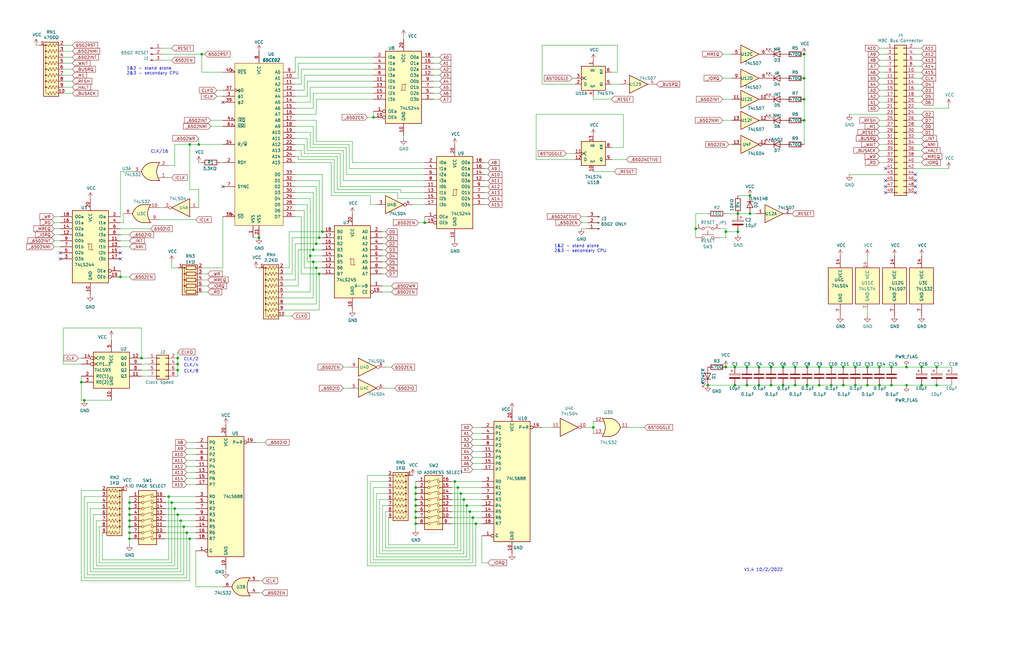
<source format=kicad_sch>
(kicad_sch (version 20211123) (generator eeschema)
  (paper "USLedger")
  (lib_symbols
    (symbol "74xx:74LS04"
      (property "Reference" "U" (at 0 1.27 0))
      (property "Value" "74LS04" (at 0 -1.27 0))
      (symbol "74LS04_1_0"
        (pin input line (at -7.62 0 0) (length 3.81) (name "~") (number "1"))
        (pin output inverted (at 7.62 0 180) (length 3.81) (name "~") (number "2"))
      )
      (symbol "74LS04_2_0"
        (pin input line (at -7.62 0 0) (length 3.81) (name "~") (number "3"))
        (pin output inverted (at 7.62 0 180) (length 3.81) (name "~") (number "4"))
      )
      (symbol "74LS04_3_0"
        (pin input line (at -7.62 0 0) (length 3.81) (name "~") (number "5"))
        (pin output inverted (at 7.62 0 180) (length 3.81) (name "~") (number "6"))
      )
      (symbol "74LS04_4_0"
        (pin output inverted (at 7.62 0 180) (length 3.81) (name "~") (number "8"))
        (pin input line (at -7.62 0 0) (length 3.81) (name "~") (number "9"))
      )
      (symbol "74LS04_5_0"
        (pin output inverted (at 7.62 0 180) (length 3.81) (name "~") (number "10"))
        (pin input line (at -7.62 0 0) (length 3.81) (name "~") (number "11"))
      )
      (symbol "74LS04_6_0"
        (pin output inverted (at 7.62 0 180) (length 3.81) (name "~") (number "12"))
        (pin input line (at -7.62 0 0) (length 3.81) (name "~") (number "13"))
      )
      (symbol "74LS04_7_0"
        (pin power_in line (at 0 12.7 270) (length 5.08) (name "VCC") (number "14"))
        (pin power_in line (at 0 -12.7 90) (length 5.08) (name "GND") (number "7"))
      )
    )
    (symbol "74xx:74LS07" (pin_names (offset 1.016))
      (property "Reference" "U" (at 0 1.27 0))
      (property "Value" "74LS07" (at 0 -1.27 0))
      (symbol "74LS07_1_0"
        (pin input line (at -7.62 0 0) (length 3.81) (name "~") (number "1"))
        (pin open_collector line (at 7.62 0 180) (length 3.81) (name "~") (number "2"))
      )
      (symbol "74LS07_2_0"
        (pin input line (at -7.62 0 0) (length 3.81) (name "~") (number "3"))
        (pin open_collector line (at 7.62 0 180) (length 3.81) (name "~") (number "4"))
      )
      (symbol "74LS07_3_0"
        (pin input line (at -7.62 0 0) (length 3.81) (name "~") (number "5"))
        (pin open_collector line (at 7.62 0 180) (length 3.81) (name "~") (number "6"))
      )
      (symbol "74LS07_4_0"
        (pin open_collector line (at 7.62 0 180) (length 3.81) (name "~") (number "8"))
        (pin input line (at -7.62 0 0) (length 3.81) (name "~") (number "9"))
      )
      (symbol "74LS07_5_0"
        (pin open_collector line (at 7.62 0 180) (length 3.81) (name "~") (number "10"))
        (pin input line (at -7.62 0 0) (length 3.81) (name "~") (number "11"))
      )
      (symbol "74LS07_6_0"
        (pin open_collector line (at 7.62 0 180) (length 3.81) (name "~") (number "12"))
        (pin input line (at -7.62 0 0) (length 3.81) (name "~") (number "13"))
      )
      (symbol "74LS07_7_0"
        (pin power_in line (at 0 12.7 270) (length 5.08) (name "VCC") (number "14"))
        (pin power_in line (at 0 -12.7 90) (length 5.08) (name "GND") (number "7"))
      )
    )
    (symbol "74xx:74LS244" (pin_names (offset 1.016))
      (property "Reference" "U" (at -7.62 16.51 0))
      (property "Value" "74LS244" (at -7.62 -16.51 0))
      (symbol "74LS244_1_0"
        (pin input inverted (at -12.7 -10.16 0) (length 5.08) (name "OEa") (number "1"))
        (pin power_in line (at 0 -20.32 90) (length 5.08) (name "GND") (number "10"))
        (pin input line (at -12.7 2.54 0) (length 5.08) (name "I0b") (number "11"))
        (pin tri_state line (at 12.7 5.08 180) (length 5.08) (name "O3a") (number "12"))
        (pin input line (at -12.7 0 0) (length 5.08) (name "I1b") (number "13"))
        (pin tri_state line (at 12.7 7.62 180) (length 5.08) (name "O2a") (number "14"))
        (pin input line (at -12.7 -2.54 0) (length 5.08) (name "I2b") (number "15"))
        (pin tri_state line (at 12.7 10.16 180) (length 5.08) (name "O1a") (number "16"))
        (pin input line (at -12.7 -5.08 0) (length 5.08) (name "I3b") (number "17"))
        (pin tri_state line (at 12.7 12.7 180) (length 5.08) (name "O0a") (number "18"))
        (pin input inverted (at -12.7 -12.7 0) (length 5.08) (name "OEb") (number "19"))
        (pin input line (at -12.7 12.7 0) (length 5.08) (name "I0a") (number "2"))
        (pin power_in line (at 0 20.32 270) (length 5.08) (name "VCC") (number "20"))
        (pin tri_state line (at 12.7 -5.08 180) (length 5.08) (name "O3b") (number "3"))
        (pin input line (at -12.7 10.16 0) (length 5.08) (name "I1a") (number "4"))
        (pin tri_state line (at 12.7 -2.54 180) (length 5.08) (name "O2b") (number "5"))
        (pin input line (at -12.7 7.62 0) (length 5.08) (name "I2a") (number "6"))
        (pin tri_state line (at 12.7 0 180) (length 5.08) (name "O1b") (number "7"))
        (pin input line (at -12.7 5.08 0) (length 5.08) (name "I3a") (number "8"))
        (pin tri_state line (at 12.7 2.54 180) (length 5.08) (name "O0b") (number "9"))
      )
    )
    (symbol "74xx:74LS245" (pin_names (offset 1.016))
      (property "Reference" "U" (at -7.62 16.51 0))
      (property "Value" "74LS245" (at -7.62 -16.51 0))
      (symbol "74LS245_1_0"
        (pin input line (at -12.7 -10.16 0) (length 5.08) (name "A->B") (number "1"))
        (pin power_in line (at 0 -20.32 90) (length 5.08) (name "GND") (number "10"))
        (pin tri_state line (at 12.7 -5.08 180) (length 5.08) (name "B7") (number "11"))
        (pin tri_state line (at 12.7 -2.54 180) (length 5.08) (name "B6") (number "12"))
        (pin tri_state line (at 12.7 0 180) (length 5.08) (name "B5") (number "13"))
        (pin tri_state line (at 12.7 2.54 180) (length 5.08) (name "B4") (number "14"))
        (pin tri_state line (at 12.7 5.08 180) (length 5.08) (name "B3") (number "15"))
        (pin tri_state line (at 12.7 7.62 180) (length 5.08) (name "B2") (number "16"))
        (pin tri_state line (at 12.7 10.16 180) (length 5.08) (name "B1") (number "17"))
        (pin tri_state line (at 12.7 12.7 180) (length 5.08) (name "B0") (number "18"))
        (pin input inverted (at -12.7 -12.7 0) (length 5.08) (name "CE") (number "19"))
        (pin tri_state line (at -12.7 12.7 0) (length 5.08) (name "A0") (number "2"))
        (pin power_in line (at 0 20.32 270) (length 5.08) (name "VCC") (number "20"))
        (pin tri_state line (at -12.7 10.16 0) (length 5.08) (name "A1") (number "3"))
        (pin tri_state line (at -12.7 7.62 0) (length 5.08) (name "A2") (number "4"))
        (pin tri_state line (at -12.7 5.08 0) (length 5.08) (name "A3") (number "5"))
        (pin tri_state line (at -12.7 2.54 0) (length 5.08) (name "A4") (number "6"))
        (pin tri_state line (at -12.7 0 0) (length 5.08) (name "A5") (number "7"))
        (pin tri_state line (at -12.7 -2.54 0) (length 5.08) (name "A6") (number "8"))
        (pin tri_state line (at -12.7 -5.08 0) (length 5.08) (name "A7") (number "9"))
      )
    )
    (symbol "74xx:74LS32" (pin_names (offset 1.016))
      (property "Reference" "U" (at 0 1.27 0))
      (property "Value" "74LS32" (at 0 -1.27 0))
      (symbol "74LS32_1_1"
        (pin input line (at -7.62 2.54 0) (length 4.318) (name "~") (number "1"))
        (pin input line (at -7.62 -2.54 0) (length 4.318) (name "~") (number "2"))
        (pin output line (at 7.62 0 180) (length 3.81) (name "~") (number "3"))
      )
      (symbol "74LS32_1_2"
        (pin input inverted (at -7.62 2.54 0) (length 3.81) (name "~") (number "1"))
        (pin input inverted (at -7.62 -2.54 0) (length 3.81) (name "~") (number "2"))
        (pin output inverted (at 7.62 0 180) (length 3.81) (name "~") (number "3"))
      )
      (symbol "74LS32_2_1"
        (pin input line (at -7.62 2.54 0) (length 4.318) (name "~") (number "4"))
        (pin input line (at -7.62 -2.54 0) (length 4.318) (name "~") (number "5"))
        (pin output line (at 7.62 0 180) (length 3.81) (name "~") (number "6"))
      )
      (symbol "74LS32_2_2"
        (pin input inverted (at -7.62 2.54 0) (length 3.81) (name "~") (number "4"))
        (pin input inverted (at -7.62 -2.54 0) (length 3.81) (name "~") (number "5"))
        (pin output inverted (at 7.62 0 180) (length 3.81) (name "~") (number "6"))
      )
      (symbol "74LS32_3_1"
        (pin input line (at -7.62 -2.54 0) (length 4.318) (name "~") (number "10"))
        (pin output line (at 7.62 0 180) (length 3.81) (name "~") (number "8"))
        (pin input line (at -7.62 2.54 0) (length 4.318) (name "~") (number "9"))
      )
      (symbol "74LS32_3_2"
        (pin input inverted (at -7.62 -2.54 0) (length 3.81) (name "~") (number "10"))
        (pin output inverted (at 7.62 0 180) (length 3.81) (name "~") (number "8"))
        (pin input inverted (at -7.62 2.54 0) (length 3.81) (name "~") (number "9"))
      )
      (symbol "74LS32_4_1"
        (pin output line (at 7.62 0 180) (length 3.81) (name "~") (number "11"))
        (pin input line (at -7.62 2.54 0) (length 4.318) (name "~") (number "12"))
        (pin input line (at -7.62 -2.54 0) (length 4.318) (name "~") (number "13"))
      )
      (symbol "74LS32_4_2"
        (pin output inverted (at 7.62 0 180) (length 3.81) (name "~") (number "11"))
        (pin input inverted (at -7.62 2.54 0) (length 3.81) (name "~") (number "12"))
        (pin input inverted (at -7.62 -2.54 0) (length 3.81) (name "~") (number "13"))
      )
      (symbol "74LS32_5_0"
        (pin power_in line (at 0 12.7 270) (length 5.08) (name "VCC") (number "14"))
        (pin power_in line (at 0 -12.7 90) (length 5.08) (name "GND") (number "7"))
      )
    )
    (symbol "74xx:74LS688"
      (property "Reference" "U" (at -7.62 26.67 0))
      (property "Value" "74LS688" (at -7.62 -26.67 0))
      (symbol "74LS688_1_0"
        (pin input inverted (at -12.7 -22.86 0) (length 5.08) (name "G") (number "1"))
        (pin power_in line (at 0 -30.48 90) (length 5.08) (name "GND") (number "10"))
        (pin input line (at -12.7 12.7 0) (length 5.08) (name "P4") (number "11"))
        (pin input line (at -12.7 -10.16 0) (length 5.08) (name "R4") (number "12"))
        (pin input line (at -12.7 10.16 0) (length 5.08) (name "P5") (number "13"))
        (pin input line (at -12.7 -12.7 0) (length 5.08) (name "R5") (number "14"))
        (pin input line (at -12.7 7.62 0) (length 5.08) (name "P6") (number "15"))
        (pin input line (at -12.7 -15.24 0) (length 5.08) (name "R6") (number "16"))
        (pin input line (at -12.7 5.08 0) (length 5.08) (name "P7") (number "17"))
        (pin input line (at -12.7 -17.78 0) (length 5.08) (name "R7") (number "18"))
        (pin output inverted (at 12.7 22.86 180) (length 5.08) (name "P=R") (number "19"))
        (pin input line (at -12.7 22.86 0) (length 5.08) (name "P0") (number "2"))
        (pin power_in line (at 0 30.48 270) (length 5.08) (name "VCC") (number "20"))
        (pin input line (at -12.7 0 0) (length 5.08) (name "R0") (number "3"))
        (pin input line (at -12.7 20.32 0) (length 5.08) (name "P1") (number "4"))
        (pin input line (at -12.7 -2.54 0) (length 5.08) (name "R1") (number "5"))
        (pin input line (at -12.7 17.78 0) (length 5.08) (name "P2") (number "6"))
        (pin input line (at -12.7 -5.08 0) (length 5.08) (name "R2") (number "7"))
        (pin input line (at -12.7 15.24 0) (length 5.08) (name "P3") (number "8"))
        (pin input line (at -12.7 -7.62 0) (length 5.08) (name "R3") (number "9"))
      )
    )
    (symbol "74xx:74LS74" (pin_names (offset 1.016))
      (property "Reference" "U" (at -7.62 8.89 0))
      (property "Value" "74LS74" (at -7.62 -8.89 0))
      (symbol "74LS74_1_0"
        (pin input line (at 0 -7.62 90) (length 2.54) (name "~{R}") (number "1"))
        (pin input line (at -7.62 2.54 0) (length 2.54) (name "D") (number "2"))
        (pin input clock (at -7.62 0 0) (length 2.54) (name "C") (number "3"))
        (pin input line (at 0 7.62 270) (length 2.54) (name "~{S}") (number "4"))
        (pin output line (at 7.62 2.54 180) (length 2.54) (name "Q") (number "5"))
        (pin output line (at 7.62 -2.54 180) (length 2.54) (name "~{Q}") (number "6"))
      )
      (symbol "74LS74_2_0"
        (pin input line (at 0 7.62 270) (length 2.54) (name "~{S}") (number "10"))
        (pin input clock (at -7.62 0 0) (length 2.54) (name "C") (number "11"))
        (pin input line (at -7.62 2.54 0) (length 2.54) (name "D") (number "12"))
        (pin input line (at 0 -7.62 90) (length 2.54) (name "~{R}") (number "13"))
        (pin output line (at 7.62 -2.54 180) (length 2.54) (name "~{Q}") (number "8"))
        (pin output line (at 7.62 2.54 180) (length 2.54) (name "Q") (number "9"))
      )
      (symbol "74LS74_3_0"
        (pin power_in line (at 0 10.16 270) (length 2.54) (name "VCC") (number "14"))
        (pin power_in line (at 0 -10.16 90) (length 2.54) (name "GND") (number "7"))
      )
    )
    (symbol "74xx:74LS93" (pin_names (offset 1.016))
      (property "Reference" "U" (at -7.62 8.89 0))
      (property "Value" "74LS93" (at -7.62 -8.89 0))
      (symbol "74LS93_1_0"
        (pin input inverted_clock (at -12.7 2.54 0) (length 5.08) (name "CP1..3") (number "1"))
        (pin power_in line (at 0 -12.7 90) (length 5.08) (name "GND") (number "10"))
        (pin output line (at 12.7 -2.54 180) (length 5.08) (name "Q3") (number "11"))
        (pin output line (at 12.7 5.08 180) (length 5.08) (name "Q0") (number "12"))
        (pin input inverted_clock (at -12.7 5.08 0) (length 5.08) (name "CP0") (number "14"))
        (pin input line (at -12.7 -2.54 0) (length 5.08) (name "R0(1)") (number "2"))
        (pin input line (at -12.7 -5.08 0) (length 5.08) (name "R0(2)") (number "3"))
        (pin power_in line (at 0 12.7 270) (length 5.08) (name "VCC") (number "5"))
        (pin output line (at 12.7 0 180) (length 5.08) (name "Q2") (number "8"))
        (pin output line (at 12.7 2.54 180) (length 5.08) (name "Q1") (number "9"))
      )
    )
    (symbol "Connector:Conn_01x03_Male" (pin_names (offset 1.016) hide)
      (property "Reference" "J" (at 0 5.08 0))
      (property "Value" "Conn_01x03_Male" (at 0 -5.08 0))
      (symbol "Conn_01x03_Male_1_1"
        (pin passive line (at 5.08 2.54 180) (length 3.81) (name "Pin_1") (number "1"))
        (pin passive line (at 5.08 0 180) (length 3.81) (name "Pin_2") (number "2"))
        (pin passive line (at 5.08 -2.54 180) (length 3.81) (name "Pin_3") (number "3"))
      )
    )
    (symbol "Connector_Generic:Conn_02x04_Odd_Even" (pin_names (offset 1.016) hide)
      (property "Reference" "J" (at 1.27 5.08 0))
      (property "Value" "Conn_02x04_Odd_Even" (at 1.27 -7.62 0))
      (symbol "Conn_02x04_Odd_Even_1_1"
        (pin passive line (at -5.08 2.54 0) (length 3.81) (name "Pin_1") (number "1"))
        (pin passive line (at 7.62 2.54 180) (length 3.81) (name "Pin_2") (number "2"))
        (pin passive line (at -5.08 0 0) (length 3.81) (name "Pin_3") (number "3"))
        (pin passive line (at 7.62 0 180) (length 3.81) (name "Pin_4") (number "4"))
        (pin passive line (at -5.08 -2.54 0) (length 3.81) (name "Pin_5") (number "5"))
        (pin passive line (at 7.62 -2.54 180) (length 3.81) (name "Pin_6") (number "6"))
        (pin passive line (at -5.08 -5.08 0) (length 3.81) (name "Pin_7") (number "7"))
        (pin passive line (at 7.62 -5.08 180) (length 3.81) (name "Pin_8") (number "8"))
      )
    )
    (symbol "Connector_Generic:Conn_02x25_Odd_Even" (pin_names (offset 1.016) hide)
      (property "Reference" "J" (at 1.27 33.02 0))
      (property "Value" "Conn_02x25_Odd_Even" (at 1.27 -33.02 0))
      (symbol "Conn_02x25_Odd_Even_1_1"
        (pin passive line (at -5.08 30.48 0) (length 3.81) (name "Pin_1") (number "1"))
        (pin passive line (at 7.62 20.32 180) (length 3.81) (name "Pin_10") (number "10"))
        (pin passive line (at -5.08 17.78 0) (length 3.81) (name "Pin_11") (number "11"))
        (pin passive line (at 7.62 17.78 180) (length 3.81) (name "Pin_12") (number "12"))
        (pin passive line (at -5.08 15.24 0) (length 3.81) (name "Pin_13") (number "13"))
        (pin passive line (at 7.62 15.24 180) (length 3.81) (name "Pin_14") (number "14"))
        (pin passive line (at -5.08 12.7 0) (length 3.81) (name "Pin_15") (number "15"))
        (pin passive line (at 7.62 12.7 180) (length 3.81) (name "Pin_16") (number "16"))
        (pin passive line (at -5.08 10.16 0) (length 3.81) (name "Pin_17") (number "17"))
        (pin passive line (at 7.62 10.16 180) (length 3.81) (name "Pin_18") (number "18"))
        (pin passive line (at -5.08 7.62 0) (length 3.81) (name "Pin_19") (number "19"))
        (pin passive line (at 7.62 30.48 180) (length 3.81) (name "Pin_2") (number "2"))
        (pin passive line (at 7.62 7.62 180) (length 3.81) (name "Pin_20") (number "20"))
        (pin passive line (at -5.08 5.08 0) (length 3.81) (name "Pin_21") (number "21"))
        (pin passive line (at 7.62 5.08 180) (length 3.81) (name "Pin_22") (number "22"))
        (pin passive line (at -5.08 2.54 0) (length 3.81) (name "Pin_23") (number "23"))
        (pin passive line (at 7.62 2.54 180) (length 3.81) (name "Pin_24") (number "24"))
        (pin passive line (at -5.08 0 0) (length 3.81) (name "Pin_25") (number "25"))
        (pin passive line (at 7.62 0 180) (length 3.81) (name "Pin_26") (number "26"))
        (pin passive line (at -5.08 -2.54 0) (length 3.81) (name "Pin_27") (number "27"))
        (pin passive line (at 7.62 -2.54 180) (length 3.81) (name "Pin_28") (number "28"))
        (pin passive line (at -5.08 -5.08 0) (length 3.81) (name "Pin_29") (number "29"))
        (pin passive line (at -5.08 27.94 0) (length 3.81) (name "Pin_3") (number "3"))
        (pin passive line (at 7.62 -5.08 180) (length 3.81) (name "Pin_30") (number "30"))
        (pin passive line (at -5.08 -7.62 0) (length 3.81) (name "Pin_31") (number "31"))
        (pin passive line (at 7.62 -7.62 180) (length 3.81) (name "Pin_32") (number "32"))
        (pin passive line (at -5.08 -10.16 0) (length 3.81) (name "Pin_33") (number "33"))
        (pin passive line (at 7.62 -10.16 180) (length 3.81) (name "Pin_34") (number "34"))
        (pin passive line (at -5.08 -12.7 0) (length 3.81) (name "Pin_35") (number "35"))
        (pin passive line (at 7.62 -12.7 180) (length 3.81) (name "Pin_36") (number "36"))
        (pin passive line (at -5.08 -15.24 0) (length 3.81) (name "Pin_37") (number "37"))
        (pin passive line (at 7.62 -15.24 180) (length 3.81) (name "Pin_38") (number "38"))
        (pin passive line (at -5.08 -17.78 0) (length 3.81) (name "Pin_39") (number "39"))
        (pin passive line (at 7.62 27.94 180) (length 3.81) (name "Pin_4") (number "4"))
        (pin passive line (at 7.62 -17.78 180) (length 3.81) (name "Pin_40") (number "40"))
        (pin passive line (at -5.08 -20.32 0) (length 3.81) (name "Pin_41") (number "41"))
        (pin passive line (at 7.62 -20.32 180) (length 3.81) (name "Pin_42") (number "42"))
        (pin passive line (at -5.08 -22.86 0) (length 3.81) (name "Pin_43") (number "43"))
        (pin passive line (at 7.62 -22.86 180) (length 3.81) (name "Pin_44") (number "44"))
        (pin passive line (at -5.08 -25.4 0) (length 3.81) (name "Pin_45") (number "45"))
        (pin passive line (at 7.62 -25.4 180) (length 3.81) (name "Pin_46") (number "46"))
        (pin passive line (at -5.08 -27.94 0) (length 3.81) (name "Pin_47") (number "47"))
        (pin passive line (at 7.62 -27.94 180) (length 3.81) (name "Pin_48") (number "48"))
        (pin passive line (at -5.08 -30.48 0) (length 3.81) (name "Pin_49") (number "49"))
        (pin passive line (at -5.08 25.4 0) (length 3.81) (name "Pin_5") (number "5"))
        (pin passive line (at 7.62 -30.48 180) (length 3.81) (name "Pin_50") (number "50"))
        (pin passive line (at 7.62 25.4 180) (length 3.81) (name "Pin_6") (number "6"))
        (pin passive line (at -5.08 22.86 0) (length 3.81) (name "Pin_7") (number "7"))
        (pin passive line (at 7.62 22.86 180) (length 3.81) (name "Pin_8") (number "8"))
        (pin passive line (at -5.08 20.32 0) (length 3.81) (name "Pin_9") (number "9"))
      )
    )
    (symbol "Device:C" (pin_numbers hide) (pin_names (offset 0.254))
      (property "Reference" "C" (at 0.635 2.54 0))
      (property "Value" "C" (at 0.635 -2.54 0))
      (symbol "C_1_1"
        (pin passive line (at 0 3.81 270) (length 2.794) (name "~") (number "1"))
        (pin passive line (at 0 -3.81 90) (length 2.794) (name "~") (number "2"))
      )
    )
    (symbol "Device:C_Polarized" (pin_numbers hide) (pin_names (offset 0.254))
      (property "Reference" "C" (at 0.635 2.54 0))
      (property "Value" "C_Polarized" (at 0.635 -2.54 0))
      (symbol "C_Polarized_1_1"
        (pin passive line (at 0 3.81 270) (length 2.794) (name "~") (number "1"))
        (pin passive line (at 0 -3.81 90) (length 2.794) (name "~") (number "2"))
      )
    )
    (symbol "Device:D" (pin_numbers hide) (pin_names (offset 1.016) hide)
      (property "Reference" "D" (at 0 2.54 0))
      (property "Value" "D" (at 0 -2.54 0))
      (symbol "D_1_1"
        (pin passive line (at -3.81 0 0) (length 2.54) (name "K") (number "1"))
        (pin passive line (at 3.81 0 180) (length 2.54) (name "A") (number "2"))
      )
    )
    (symbol "Device:LED" (pin_numbers hide) (pin_names (offset 1.016) hide)
      (property "Reference" "D" (at 0 2.54 0))
      (property "Value" "LED" (at 0 -2.54 0))
      (symbol "LED_1_1"
        (pin passive line (at -3.81 0 0) (length 2.54) (name "K") (number "1"))
        (pin passive line (at 3.81 0 180) (length 2.54) (name "A") (number "2"))
      )
    )
    (symbol "Device:R" (pin_numbers hide) (pin_names (offset 0))
      (property "Reference" "R" (at 2.032 0 90))
      (property "Value" "R" (at 0 0 90))
      (symbol "R_1_1"
        (pin passive line (at 0 3.81 270) (length 1.27) (name "~") (number "1"))
        (pin passive line (at 0 -3.81 90) (length 1.27) (name "~") (number "2"))
      )
    )
    (symbol "Device:R_Network05" (pin_names (offset 0) hide)
      (property "Reference" "RN" (at -7.62 0 90))
      (property "Value" "R_Network05" (at 7.62 0 90))
      (symbol "R_Network05_1_1"
        (pin passive line (at -5.08 5.08 270) (length 2.54) (name "common") (number "1"))
        (pin passive line (at -5.08 -5.08 90) (length 1.27) (name "R1") (number "2"))
        (pin passive line (at -2.54 -5.08 90) (length 1.27) (name "R2") (number "3"))
        (pin passive line (at 0 -5.08 90) (length 1.27) (name "R3") (number "4"))
        (pin passive line (at 2.54 -5.08 90) (length 1.27) (name "R4") (number "5"))
        (pin passive line (at 5.08 -5.08 90) (length 1.27) (name "R5") (number "6"))
      )
    )
    (symbol "Device:R_Network08_US" (pin_names (offset 0) hide)
      (property "Reference" "RN" (at -12.7 0 90))
      (property "Value" "R_Network08_US" (at 10.16 0 90))
      (symbol "R_Network08_US_1_1"
        (pin passive line (at -10.16 5.08 270) (length 2.54) (name "common") (number "1"))
        (pin passive line (at -10.16 -5.08 90) (length 1.27) (name "R1") (number "2"))
        (pin passive line (at -7.62 -5.08 90) (length 1.27) (name "R2") (number "3"))
        (pin passive line (at -5.08 -5.08 90) (length 1.27) (name "R3") (number "4"))
        (pin passive line (at -2.54 -5.08 90) (length 1.27) (name "R4") (number "5"))
        (pin passive line (at 0 -5.08 90) (length 1.27) (name "R5") (number "6"))
        (pin passive line (at 2.54 -5.08 90) (length 1.27) (name "R6") (number "7"))
        (pin passive line (at 5.08 -5.08 90) (length 1.27) (name "R7") (number "8"))
        (pin passive line (at 7.62 -5.08 90) (length 1.27) (name "R8") (number "9"))
      )
    )
    (symbol "Device:R_Network09_US" (pin_names (offset 0) hide)
      (property "Reference" "RN" (at -12.7 0 90))
      (property "Value" "R_Network09_US" (at 12.7 0 90))
      (symbol "R_Network09_US_1_1"
        (pin passive line (at -10.16 5.08 270) (length 2.54) (name "common") (number "1"))
        (pin passive line (at 10.16 -5.08 90) (length 1.27) (name "R9") (number "10"))
        (pin passive line (at -10.16 -5.08 90) (length 1.27) (name "R1") (number "2"))
        (pin passive line (at -7.62 -5.08 90) (length 1.27) (name "R2") (number "3"))
        (pin passive line (at -5.08 -5.08 90) (length 1.27) (name "R3") (number "4"))
        (pin passive line (at -2.54 -5.08 90) (length 1.27) (name "R4") (number "5"))
        (pin passive line (at 0 -5.08 90) (length 1.27) (name "R5") (number "6"))
        (pin passive line (at 2.54 -5.08 90) (length 1.27) (name "R6") (number "7"))
        (pin passive line (at 5.08 -5.08 90) (length 1.27) (name "R7") (number "8"))
        (pin passive line (at 7.62 -5.08 90) (length 1.27) (name "R8") (number "9"))
      )
    )
    (symbol "Jumper:Jumper_2_Bridged" (pin_names (offset 0) hide)
      (property "Reference" "JP" (at 0 1.905 0))
      (property "Value" "Jumper_2_Bridged" (at 0 -2.54 0))
      (symbol "Jumper_2_Bridged_1_1"
        (pin passive line (at -5.08 0 0) (length 2.54) (name "A") (number "1"))
        (pin passive line (at 5.08 0 180) (length 2.54) (name "B") (number "2"))
      )
    )
    (symbol "Switch:SW_DIP_x08" (pin_names (offset 0) hide)
      (property "Reference" "SW" (at 0 13.97 0))
      (property "Value" "SW_DIP_x08" (at 0 -11.43 0))
      (symbol "SW_DIP_x08_1_1"
        (pin passive line (at -7.62 10.16 0) (length 5.08) (name "~") (number "1"))
        (pin passive line (at 7.62 -5.08 180) (length 5.08) (name "~") (number "10"))
        (pin passive line (at 7.62 -2.54 180) (length 5.08) (name "~") (number "11"))
        (pin passive line (at 7.62 0 180) (length 5.08) (name "~") (number "12"))
        (pin passive line (at 7.62 2.54 180) (length 5.08) (name "~") (number "13"))
        (pin passive line (at 7.62 5.08 180) (length 5.08) (name "~") (number "14"))
        (pin passive line (at 7.62 7.62 180) (length 5.08) (name "~") (number "15"))
        (pin passive line (at 7.62 10.16 180) (length 5.08) (name "~") (number "16"))
        (pin passive line (at -7.62 7.62 0) (length 5.08) (name "~") (number "2"))
        (pin passive line (at -7.62 5.08 0) (length 5.08) (name "~") (number "3"))
        (pin passive line (at -7.62 2.54 0) (length 5.08) (name "~") (number "4"))
        (pin passive line (at -7.62 0 0) (length 5.08) (name "~") (number "5"))
        (pin passive line (at -7.62 -2.54 0) (length 5.08) (name "~") (number "6"))
        (pin passive line (at -7.62 -5.08 0) (length 5.08) (name "~") (number "7"))
        (pin passive line (at -7.62 -7.62 0) (length 5.08) (name "~") (number "8"))
        (pin passive line (at 7.62 -7.62 180) (length 5.08) (name "~") (number "9"))
      )
    )
    (symbol "Switch:SW_Push" (pin_numbers hide) (pin_names (offset 1.016) hide)
      (property "Reference" "SW" (at 1.27 2.54 0))
      (property "Value" "SW_Push" (at 0 -1.524 0))
      (symbol "SW_Push_0_1"
        (pin passive line (at -5.08 0 0) (length 2.54) (name "1") (number "1"))
        (pin passive line (at 5.08 0 180) (length 2.54) (name "2") (number "2"))
      )
    )
    (symbol "Z8065C02-rescue:65CE02-65xx" (pin_names (offset 1.016))
      (property "Reference" "U" (at -10.16 35.56 0))
      (property "Value" "65CE02-65xx" (at 0 0 90))
      (symbol "65CE02-65xx_1_1"
        (pin power_in line (at -2.54 -39.37 90) (length 5.08) (name "VSS") (number "1"))
        (pin output line (at 15.24 27.94 180) (length 5.08) (name "A1") (number "10"))
        (pin output line (at 15.24 25.4 180) (length 5.08) (name "A2") (number "11"))
        (pin output line (at 15.24 22.86 180) (length 5.08) (name "A3") (number "12"))
        (pin output line (at 15.24 20.32 180) (length 5.08) (name "A4") (number "13"))
        (pin output line (at 15.24 17.78 180) (length 5.08) (name "A5") (number "14"))
        (pin output line (at 15.24 15.24 180) (length 5.08) (name "A6") (number "15"))
        (pin output line (at 15.24 12.7 180) (length 5.08) (name "A7") (number "16"))
        (pin output line (at 15.24 10.16 180) (length 5.08) (name "A8") (number "17"))
        (pin output line (at 15.24 7.62 180) (length 5.08) (name "A9") (number "18"))
        (pin output line (at 15.24 5.08 180) (length 5.08) (name "A10") (number "19"))
        (pin input line (at -15.24 -7.62 0) (length 5.08) (name "RDY") (number "2"))
        (pin output line (at 15.24 2.54 180) (length 5.08) (name "A11") (number "20"))
        (pin power_in line (at 0 -39.37 90) (length 5.08) (name "VSS") (number "21"))
        (pin output line (at 15.24 0 180) (length 5.08) (name "A12") (number "22"))
        (pin output line (at 15.24 -2.54 180) (length 5.08) (name "A13") (number "23"))
        (pin output line (at 15.24 -5.08 180) (length 5.08) (name "A14") (number "24"))
        (pin output line (at 15.24 -7.62 180) (length 5.08) (name "A15") (number "25"))
        (pin bidirectional line (at 15.24 -30.48 180) (length 5.08) (name "D7") (number "26"))
        (pin bidirectional line (at 15.24 -27.94 180) (length 5.08) (name "D6") (number "27"))
        (pin bidirectional line (at 15.24 -25.4 180) (length 5.08) (name "D5") (number "28"))
        (pin bidirectional line (at 15.24 -22.86 180) (length 5.08) (name "D4") (number "29"))
        (pin output line (at -15.24 20.32 0) (length 5.08) (name "ϕ1") (number "3"))
        (pin bidirectional line (at 15.24 -20.32 180) (length 5.08) (name "D3") (number "30"))
        (pin bidirectional line (at 15.24 -17.78 180) (length 5.08) (name "D2") (number "31"))
        (pin bidirectional line (at 15.24 -15.24 180) (length 5.08) (name "D1") (number "32"))
        (pin bidirectional line (at 15.24 -12.7 180) (length 5.08) (name "D0") (number "33"))
        (pin output line (at -15.24 0 0) (length 5.08) (name "R/~{W}") (number "34"))
        (pin no_connect non_logic (at -10.16 -25.4 0) (length 2.54) hide (name "nc") (number "35"))
        (pin no_connect non_logic (at -10.16 -27.94 0) (length 2.54) hide (name "nc") (number "36"))
        (pin input clock (at -15.24 22.86 0) (length 5.08) (name "ϕ0") (number "37"))
        (pin input input_low (at -15.24 -30.48 0) (length 5.08) (name "~{SO}") (number "38"))
        (pin output line (at -15.24 17.78 0) (length 5.08) (name "ϕ2") (number "39"))
        (pin input input_low (at -15.24 10.16 0) (length 5.08) (name "~{IRQ}") (number "4"))
        (pin input input_low (at -15.24 30.48 0) (length 5.08) (name "~{RES}") (number "40"))
        (pin no_connect non_logic (at -10.16 -22.86 0) (length 2.5654) hide (name "nc") (number "5"))
        (pin input input_low (at -15.24 7.62 0) (length 5.08) (name "~{NMI}") (number "6"))
        (pin output line (at -15.24 -17.78 0) (length 5.08) (name "SYNC") (number "7"))
        (pin power_in line (at 0 39.37 270) (length 5.08) (name "VCC") (number "8"))
        (pin output line (at 15.24 30.48 180) (length 5.08) (name "A0") (number "9"))
      )
    )
    (symbol "power:GND" (power) (pin_names (offset 0))
      (property "Value" "GND" (at 0 -3.81 0))
      (symbol "GND_1_1"
        (pin power_in line (at 0 0 270) (length 0) hide (name "GND") (number "1"))
      )
    )
    (symbol "power:PWR_FLAG" (power) (pin_numbers hide) (pin_names (offset 0) hide)
      (property "Value" "PWR_FLAG" (at 0 3.81 0))
      (symbol "PWR_FLAG_0_0"
        (pin power_out line (at 0 0 90) (length 0) (name "pwr") (number "1"))
      )
    )
    (symbol "power:VCC" (power) (pin_names (offset 0))
      (property "Value" "VCC" (at 0 3.81 0))
      (symbol "VCC_1_1"
        (pin power_in line (at 0 0 90) (length 0) hide (name "VCC") (number "1"))
      )
    )
  )
  (junction (at 73.66 214.63))
  (junction (at 394.97 162.56))
  (junction (at 54.61 224.79))
  (junction (at 175.26 213.36))
  (junction (at 309.88 154.94))
  (junction (at 370.84 154.94))
  (junction (at 375.92 162.56))
  (junction (at 335.28 162.56))
  (junction (at 109.22 100.33))
  (junction (at 74.93 153.67))
  (junction (at 298.45 162.56))
  (junction (at 54.61 219.71))
  (junction (at 311.15 97.79))
  (junction (at 175.26 218.44))
  (junction (at 83.82 60.96))
  (junction (at 134.62 100.33))
  (junction (at 130.81 107.95))
  (junction (at 365.76 154.94))
  (junction (at 175.26 215.9))
  (junction (at 306.07 154.94))
  (junction (at 50.8 116.84))
  (junction (at 314.96 162.56))
  (junction (at 175.26 220.98))
  (junction (at 74.93 156.21))
  (junction (at 175.26 205.74))
  (junction (at 306.07 97.79))
  (junction (at 320.04 154.94))
  (junction (at 339.09 50.8))
  (junction (at 350.52 154.94))
  (junction (at 293.37 96.52))
  (junction (at 175.26 208.28))
  (junction (at 316.23 82.55))
  (junction (at 345.44 162.56))
  (junction (at 316.23 90.17))
  (junction (at 135.89 97.79))
  (junction (at 339.09 33.02))
  (junction (at 179.07 93.98))
  (junction (at 80.01 227.33))
  (junction (at 76.2 219.71))
  (junction (at 355.6 162.56))
  (junction (at 311.15 90.17))
  (junction (at 132.08 105.41))
  (junction (at 134.62 115.57))
  (junction (at 132.08 110.49))
  (junction (at 382.27 162.56))
  (junction (at 250.19 180.34))
  (junction (at 394.97 154.94))
  (junction (at 340.36 154.94))
  (junction (at 74.93 151.13))
  (junction (at 175.26 210.82))
  (junction (at 191.77 203.2))
  (junction (at 78.74 224.79))
  (junction (at 355.6 154.94))
  (junction (at 54.61 222.25))
  (junction (at 325.12 162.56))
  (junction (at 74.93 217.17))
  (junction (at 35.56 168.91))
  (junction (at 388.62 154.94))
  (junction (at 54.61 212.09))
  (junction (at 77.47 222.25))
  (junction (at 133.35 102.87))
  (junction (at 59.69 151.13))
  (junction (at 320.04 162.56))
  (junction (at 370.84 162.56))
  (junction (at 34.29 161.29))
  (junction (at 388.62 162.56))
  (junction (at 196.85 213.36))
  (junction (at 194.31 208.28))
  (junction (at 365.76 162.56))
  (junction (at 54.61 214.63))
  (junction (at 157.48 49.53))
  (junction (at 339.09 41.91))
  (junction (at 199.39 218.44))
  (junction (at 54.61 227.33))
  (junction (at 335.28 154.94))
  (junction (at 193.04 205.74))
  (junction (at 375.92 154.94))
  (junction (at 133.35 113.03))
  (junction (at 360.68 162.56))
  (junction (at 339.09 22.86))
  (junction (at 360.68 154.94))
  (junction (at 382.27 154.94))
  (junction (at 80.01 60.96))
  (junction (at 72.39 212.09))
  (junction (at 325.12 154.94))
  (junction (at 71.12 209.55))
  (junction (at 54.61 217.17))
  (junction (at 314.96 154.94))
  (junction (at 309.88 162.56))
  (junction (at 195.58 210.82))
  (junction (at 85.09 22.86))
  (junction (at 330.2 154.94))
  (junction (at 350.52 162.56))
  (junction (at 198.12 215.9))
  (junction (at 340.36 162.56))
  (junction (at 330.2 162.56))
  (junction (at 200.66 220.98))
  (junction (at 345.44 154.94))
  (no_connect (at 50.8 106.68))
  (no_connect (at 373.38 78.74))
  (no_connect (at 25.4 109.22))
  (no_connect (at 50.8 109.22))
  (no_connect (at 373.38 76.2))
  (no_connect (at 386.08 76.2))
  (no_connect (at 93.98 78.74))
  (no_connect (at 386.08 73.66))
  (no_connect (at 25.4 106.68))
  (no_connect (at 386.08 78.74))
  (no_connect (at 386.08 81.28))
  (no_connect (at 373.38 81.28))
  (no_connect (at 373.38 71.12))
  (no_connect (at 93.98 43.18))
  (wire (pts (xy 40.64 219.71) (xy 40.64 238.76)))
  (wire (pts (xy 311.15 99.06) (xy 311.15 97.79)))
  (wire (pts (xy 373.38 43.18) (xy 370.84 43.18)))
  (wire (pts (xy 16.51 19.05) (xy 15.24 19.05)))
  (wire (pts (xy 386.08 38.1) (xy 388.62 38.1)))
  (wire (pts (xy 365.76 162.56) (xy 370.84 162.56)))
  (wire (pts (xy 26.67 36.83) (xy 30.48 36.83)))
  (wire (pts (xy 77.47 222.25) (xy 77.47 242.57)))
  (wire (pts (xy 373.38 33.02) (xy 370.84 33.02)))
  (wire (pts (xy 182.88 31.75) (xy 185.42 31.75)))
  (wire (pts (xy 304.8 50.8) (xy 308.61 50.8)))
  (wire (pts (xy 386.08 50.8) (xy 388.62 50.8)))
  (wire (pts (xy 386.08 40.64) (xy 388.62 40.64)))
  (wire (pts (xy 204.47 81.28) (xy 205.74 81.28)))
  (wire (pts (xy 318.77 90.17) (xy 316.23 90.17)))
  (wire (pts (xy 83.82 87.63) (xy 83.82 80.01)))
  (wire (pts (xy 298.45 162.56) (xy 309.88 162.56)))
  (wire (pts (xy 78.74 243.84) (xy 35.56 243.84)))
  (wire (pts (xy 38.1 214.63) (xy 38.1 241.3)))
  (wire (pts (xy 69.85 214.63) (xy 73.66 214.63)))
  (wire (pts (xy 78.74 224.79) (xy 78.74 243.84)))
  (wire (pts (xy 168.91 80.01) (xy 142.24 80.01)))
  (wire (pts (xy 179.07 76.2) (xy 144.78 76.2)))
  (wire (pts (xy 124.46 30.48) (xy 124.46 24.13)))
  (wire (pts (xy 325.12 162.56) (xy 330.2 162.56)))
  (wire (pts (xy 373.38 30.48) (xy 370.84 30.48)))
  (wire (pts (xy 386.08 60.96) (xy 388.62 60.96)))
  (wire (pts (xy 199.39 218.44) (xy 199.39 237.49)))
  (wire (pts (xy 74.93 217.17) (xy 82.55 217.17)))
  (wire (pts (xy 78.74 224.79) (xy 82.55 224.79)))
  (wire (pts (xy 25.4 96.52) (xy 22.86 96.52)))
  (wire (pts (xy 158.75 234.95) (xy 196.85 234.95)))
  (wire (pts (xy 373.38 38.1) (xy 370.84 38.1)))
  (wire (pts (xy 34.29 161.29) (xy 34.29 158.75)))
  (wire (pts (xy 83.82 58.42) (xy 83.82 60.96)))
  (wire (pts (xy 59.69 153.67) (xy 62.23 153.67)))
  (wire (pts (xy 74.93 156.21) (xy 74.93 158.75)))
  (wire (pts (xy 54.61 212.09) (xy 54.61 214.63)))
  (wire (pts (xy 204.47 68.58) (xy 205.74 68.58)))
  (wire (pts (xy 72.39 113.03) (xy 74.93 113.03)))
  (wire (pts (xy 85.09 22.86) (xy 86.36 22.86)))
  (wire (pts (xy 129.54 110.49) (xy 132.08 110.49)))
  (wire (pts (xy 203.2 180.34) (xy 199.39 180.34)))
  (wire (pts (xy 76.2 219.71) (xy 76.2 241.3)))
  (wire (pts (xy 373.38 20.32) (xy 370.84 20.32)))
  (wire (pts (xy 50.8 116.84) (xy 50.8 114.3)))
  (wire (pts (xy 386.08 35.56) (xy 388.62 35.56)))
  (wire (pts (xy 54.61 116.84) (xy 50.8 116.84)))
  (wire (pts (xy 311.15 90.17) (xy 306.07 90.17)))
  (wire (pts (xy 54.61 217.17) (xy 54.61 219.71)))
  (wire (pts (xy 74.93 217.17) (xy 74.93 240.03)))
  (wire (pts (xy 373.38 50.8) (xy 370.84 50.8)))
  (wire (pts (xy 154.94 49.53) (xy 157.48 49.53)))
  (wire (pts (xy 124.46 78.74) (xy 133.35 78.74)))
  (wire (pts (xy 93.98 50.8) (xy 88.9 50.8)))
  (wire (pts (xy 124.46 24.13) (xy 157.48 24.13)))
  (wire (pts (xy 320.04 154.94) (xy 325.12 154.94)))
  (wire (pts (xy 179.07 78.74) (xy 143.51 78.74)))
  (wire (pts (xy 182.88 29.21) (xy 185.42 29.21)))
  (wire (pts (xy 133.35 41.91) (xy 157.48 41.91)))
  (wire (pts (xy 245.11 96.52) (xy 247.65 96.52)))
  (wire (pts (xy 124.46 35.56) (xy 127 35.56)))
  (wire (pts (xy 204.47 71.12) (xy 205.74 71.12)))
  (wire (pts (xy 316.23 82.55) (xy 311.15 82.55)))
  (wire (pts (xy 143.51 64.77) (xy 143.51 78.74)))
  (wire (pts (xy 203.2 187.96) (xy 199.39 187.96)))
  (wire (pts (xy 124.46 58.42) (xy 129.54 58.42)))
  (wire (pts (xy 124.46 45.72) (xy 132.08 45.72)))
  (wire (pts (xy 80.01 60.96) (xy 83.82 60.96)))
  (wire (pts (xy 365.76 130.81) (xy 365.76 133.35)))
  (wire (pts (xy 250.19 180.34) (xy 250.19 182.88)))
  (wire (pts (xy 204.47 86.36) (xy 205.74 86.36)))
  (wire (pts (xy 262.89 48.26) (xy 226.06 48.26)))
  (wire (pts (xy 148.59 68.58) (xy 179.07 68.58)))
  (wire (pts (xy 320.04 162.56) (xy 325.12 162.56)))
  (wire (pts (xy 124.46 50.8) (xy 133.35 50.8)))
  (wire (pts (xy 388.62 154.94) (xy 394.97 154.94)))
  (wire (pts (xy 203.2 190.5) (xy 199.39 190.5)))
  (wire (pts (xy 74.93 153.67) (xy 74.93 156.21)))
  (wire (pts (xy 375.92 154.94) (xy 382.27 154.94)))
  (wire (pts (xy 133.35 128.27) (xy 133.35 113.03)))
  (wire (pts (xy 148.59 59.69) (xy 148.59 68.58)))
  (wire (pts (xy 121.92 113.03) (xy 121.92 97.79)))
  (wire (pts (xy 52.07 93.98) (xy 50.8 93.98)))
  (wire (pts (xy 335.28 154.94) (xy 340.36 154.94)))
  (wire (pts (xy 163.83 213.36) (xy 161.29 213.36)))
  (wire (pts (xy 161.29 213.36) (xy 161.29 232.41)))
  (wire (pts (xy 119.38 115.57) (xy 123.19 115.57)))
  (wire (pts (xy 128.27 38.1) (xy 128.27 31.75)))
  (wire (pts (xy 43.18 236.22) (xy 71.12 236.22)))
  (wire (pts (xy 358.14 73.66) (xy 373.38 73.66)))
  (wire (pts (xy 386.08 48.26) (xy 388.62 48.26)))
  (wire (pts (xy 340.36 154.94) (xy 345.44 154.94)))
  (wire (pts (xy 200.66 220.98) (xy 203.2 220.98)))
  (wire (pts (xy 345.44 154.94) (xy 350.52 154.94)))
  (wire (pts (xy 203.2 237.49) (xy 205.74 237.49)))
  (wire (pts (xy 130.81 62.23) (xy 146.05 62.23)))
  (wire (pts (xy 170.18 57.15) (xy 170.18 58.42)))
  (wire (pts (xy 386.08 55.88) (xy 388.62 55.88)))
  (wire (pts (xy 50.8 96.52) (xy 63.5 96.52)))
  (wire (pts (xy 162.56 154.94) (xy 165.1 154.94)))
  (wire (pts (xy 262.89 62.23) (xy 262.89 48.26)))
  (wire (pts (xy 175.26 205.74) (xy 175.26 208.28)))
  (wire (pts (xy 124.46 55.88) (xy 130.81 55.88)))
  (wire (pts (xy 124.46 86.36) (xy 129.54 86.36)))
  (wire (pts (xy 139.7 82.55) (xy 156.21 82.55)))
  (wire (pts (xy 386.08 58.42) (xy 388.62 58.42)))
  (wire (pts (xy 50.8 104.14) (xy 54.61 104.14)))
  (wire (pts (xy 175.26 218.44) (xy 175.26 220.98)))
  (wire (pts (xy 130.81 123.19) (xy 130.81 107.95)))
  (wire (pts (xy 304.8 41.91) (xy 308.61 41.91)))
  (wire (pts (xy 124.46 66.04) (xy 125.73 66.04)))
  (wire (pts (xy 173.99 86.36) (xy 179.07 86.36)))
  (wire (pts (xy 72.39 110.49) (xy 72.39 113.03)))
  (wire (pts (xy 204.47 76.2) (xy 205.74 76.2)))
  (wire (pts (xy 59.69 158.75) (xy 62.23 158.75)))
  (wire (pts (xy 76.2 219.71) (xy 82.55 219.71)))
  (wire (pts (xy 373.38 63.5) (xy 370.84 63.5)))
  (wire (pts (xy 191.77 203.2) (xy 203.2 203.2)))
  (wire (pts (xy 386.08 20.32) (xy 388.62 20.32)))
  (wire (pts (xy 194.31 208.28) (xy 194.31 232.41)))
  (wire (pts (xy 25.4 93.98) (xy 22.86 93.98)))
  (wire (pts (xy 204.47 73.66) (xy 205.74 73.66)))
  (wire (pts (xy 77.47 222.25) (xy 82.55 222.25)))
  (wire (pts (xy 308.61 60.96) (xy 307.34 60.96)))
  (wire (pts (xy 85.09 113.03) (xy 93.98 113.03)))
  (wire (pts (xy 132.08 60.96) (xy 147.32 60.96)))
  (wire (pts (xy 39.37 240.03) (xy 39.37 217.17)))
  (wire (pts (xy 130.81 83.82) (xy 130.81 107.95)))
  (wire (pts (xy 161.29 107.95) (xy 162.56 107.95)))
  (wire (pts (xy 373.38 66.04) (xy 370.84 66.04)))
  (wire (pts (xy 35.56 243.84) (xy 35.56 209.55)))
  (wire (pts (xy 163.83 229.87) (xy 191.77 229.87)))
  (wire (pts (xy 160.02 210.82) (xy 163.83 210.82)))
  (wire (pts (xy 83.82 60.96) (xy 93.98 60.96)))
  (wire (pts (xy 69.85 227.33) (xy 80.01 227.33)))
  (wire (pts (xy 386.08 68.58) (xy 388.62 68.58)))
  (wire (pts (xy 125.73 66.04) (xy 125.73 67.31)))
  (wire (pts (xy 175.26 220.98) (xy 175.26 223.52)))
  (wire (pts (xy 73.66 60.96) (xy 73.66 69.85)))
  (wire (pts (xy 54.61 222.25) (xy 54.61 224.79)))
  (wire (pts (xy 119.38 118.11) (xy 124.46 118.11)))
  (wire (pts (xy 77.47 242.57) (xy 36.83 242.57)))
  (wire (pts (xy 34.29 168.91) (xy 35.56 168.91)))
  (wire (pts (xy 161.29 115.57) (xy 162.56 115.57)))
  (wire (pts (xy 69.85 224.79) (xy 78.74 224.79)))
  (wire (pts (xy 72.39 212.09) (xy 82.55 212.09)))
  (wire (pts (xy 260.35 30.48) (xy 257.81 30.48)))
  (wire (pts (xy 228.6 35.56) (xy 242.57 35.56)))
  (wire (pts (xy 386.08 71.12) (xy 400.05 71.12)))
  (wire (pts (xy 25.4 91.44) (xy 22.86 91.44)))
  (wire (pts (xy 93.98 40.64) (xy 91.44 40.64)))
  (wire (pts (xy 119.38 133.35) (xy 123.19 133.35)))
  (wire (pts (xy 228.6 19.05) (xy 260.35 19.05)))
  (wire (pts (xy 26.67 29.21) (xy 30.48 29.21)))
  (wire (pts (xy 26.67 21.59) (xy 30.48 21.59)))
  (wire (pts (xy 382.27 154.94) (xy 388.62 154.94)))
  (wire (pts (xy 175.26 210.82) (xy 175.26 213.36)))
  (wire (pts (xy 46.99 143.51) (xy 46.99 142.24)))
  (wire (pts (xy 330.2 154.94) (xy 335.28 154.94)))
  (wire (pts (xy 355.6 154.94) (xy 360.68 154.94)))
  (wire (pts (xy 306.07 96.52) (xy 303.53 96.52)))
  (wire (pts (xy 170.18 15.24) (xy 170.18 16.51)))
  (wire (pts (xy 130.81 36.83) (xy 157.48 36.83)))
  (wire (pts (xy 80.01 80.01) (xy 80.01 60.96)))
  (wire (pts (xy 158.75 208.28) (xy 158.75 234.95)))
  (wire (pts (xy 345.44 162.56) (xy 350.52 162.56)))
  (wire (pts (xy 203.2 185.42) (xy 199.39 185.42)))
  (wire (pts (xy 382.27 162.56) (xy 388.62 162.56)))
  (wire (pts (xy 35.56 209.55) (xy 43.18 209.55)))
  (wire (pts (xy 132.08 45.72) (xy 132.08 39.37)))
  (wire (pts (xy 124.46 118.11) (xy 124.46 102.87)))
  (wire (pts (xy 140.97 67.31) (xy 140.97 81.28)))
  (wire (pts (xy 373.38 60.96) (xy 370.84 60.96)))
  (wire (pts (xy 128.27 113.03) (xy 133.35 113.03)))
  (wire (pts (xy 80.01 227.33) (xy 82.55 227.33)))
  (wire (pts (xy 182.88 39.37) (xy 185.42 39.37)))
  (wire (pts (xy 316.23 90.17) (xy 311.15 90.17)))
  (wire (pts (xy 314.96 162.56) (xy 320.04 162.56)))
  (wire (pts (xy 304.8 33.02) (xy 308.61 33.02)))
  (wire (pts (xy 40.64 238.76) (xy 73.66 238.76)))
  (wire (pts (xy 198.12 215.9) (xy 203.2 215.9)))
  (wire (pts (xy 386.08 30.48) (xy 388.62 30.48)))
  (wire (pts (xy 128.27 88.9) (xy 128.27 113.03)))
  (wire (pts (xy 54.61 219.71) (xy 54.61 222.25)))
  (wire (pts (xy 226.06 67.31) (xy 242.57 67.31)))
  (wire (pts (xy 162.56 231.14) (xy 162.56 215.9)))
  (wire (pts (xy 125.73 120.65) (xy 125.73 105.41)))
  (wire (pts (xy 127 35.56) (xy 127 29.21)))
  (wire (pts (xy 203.2 182.88) (xy 199.39 182.88)))
  (wire (pts (xy 26.67 19.05) (xy 30.48 19.05)))
  (wire (pts (xy 85.09 115.57) (xy 87.63 115.57)))
  (wire (pts (xy 175.26 215.9) (xy 175.26 218.44)))
  (wire (pts (xy 375.92 162.56) (xy 382.27 162.56)))
  (wire (pts (xy 129.54 40.64) (xy 129.54 34.29)))
  (wire (pts (xy 157.48 49.53) (xy 157.48 46.99)))
  (wire (pts (xy 54.61 224.79) (xy 54.61 227.33)))
  (wire (pts (xy 325.12 154.94) (xy 330.2 154.94)))
  (wire (pts (xy 73.66 214.63) (xy 82.55 214.63)))
  (wire (pts (xy 119.38 113.03) (xy 121.92 113.03)))
  (wire (pts (xy 123.19 100.33) (xy 134.62 100.33)))
  (wire (pts (xy 306.07 97.79) (xy 306.07 96.52)))
  (wire (pts (xy 74.93 151.13) (xy 74.93 153.67)))
  (wire (pts (xy 314.96 154.94) (xy 320.04 154.94)))
  (wire (pts (xy 127 29.21) (xy 157.48 29.21)))
  (wire (pts (xy 161.29 105.41) (xy 162.56 105.41)))
  (wire (pts (xy 26.67 39.37) (xy 30.48 39.37)))
  (wire (pts (xy 373.38 58.42) (xy 370.84 58.42)))
  (wire (pts (xy 195.58 210.82) (xy 203.2 210.82)))
  (wire (pts (xy 73.66 60.96) (xy 80.01 60.96)))
  (wire (pts (xy 193.04 205.74) (xy 203.2 205.74)))
  (wire (pts (xy 54.61 227.33) (xy 54.61 229.87)))
  (wire (pts (xy 82.55 232.41) (xy 82.55 247.65)))
  (wire (pts (xy 54.61 209.55) (xy 54.61 212.09)))
  (wire (pts (xy 124.46 43.18) (xy 130.81 43.18)))
  (wire (pts (xy 161.29 232.41) (xy 194.31 232.41)))
  (wire (pts (xy 93.98 91.44) (xy 93.98 113.03)))
  (wire (pts (xy 373.38 55.88) (xy 370.84 55.88)))
  (wire (pts (xy 124.46 60.96) (xy 128.27 60.96)))
  (wire (pts (xy 124.46 48.26) (xy 133.35 48.26)))
  (wire (pts (xy 179.07 81.28) (xy 168.91 81.28)))
  (wire (pts (xy 293.37 90.17) (xy 298.45 90.17)))
  (wire (pts (xy 163.83 218.44) (xy 163.83 229.87)))
  (wire (pts (xy 124.46 38.1) (xy 128.27 38.1)))
  (wire (pts (xy 59.69 151.13) (xy 59.69 138.43)))
  (wire (pts (xy 163.83 208.28) (xy 158.75 208.28)))
  (wire (pts (xy 193.04 231.14) (xy 162.56 231.14)))
  (wire (pts (xy 167.64 81.28) (xy 140.97 81.28)))
  (wire (pts (xy 132.08 110.49) (xy 135.89 110.49)))
  (wire (pts (xy 245.11 93.98) (xy 247.65 93.98)))
  (wire (pts (xy 125.73 26.67) (xy 157.48 26.67)))
  (wire (pts (xy 293.37 100.33) (xy 293.37 96.52)))
  (wire (pts (xy 182.88 34.29) (xy 185.42 34.29)))
  (wire (pts (xy 373.38 53.34) (xy 370.84 53.34)))
  (wire (pts (xy 134.62 76.2) (xy 134.62 100.33)))
  (wire (pts (xy 166.37 163.83) (xy 162.56 163.83)))
  (wire (pts (xy 82.55 194.31) (xy 78.74 194.31)))
  (wire (pts (xy 43.18 224.79) (xy 43.18 236.22)))
  (wire (pts (xy 190.5 218.44) (xy 199.39 218.44)))
  (wire (pts (xy 132.08 105.41) (xy 135.89 105.41)))
  (wire (pts (xy 124.46 91.44) (xy 127 91.44)))
  (wire (pts (xy 71.12 209.55) (xy 71.12 236.22)))
  (wire (pts (xy 106.68 100.33) (xy 109.22 100.33)))
  (wire (pts (xy 161.29 97.79) (xy 162.56 97.79)))
  (wire (pts (xy 119.38 128.27) (xy 133.35 128.27)))
  (wire (pts (xy 128.27 60.96) (xy 128.27 64.77)))
  (wire (pts (xy 130.81 107.95) (xy 135.89 107.95)))
  (wire (pts (xy 304.8 22.86) (xy 308.61 22.86)))
  (wire (pts (xy 124.46 83.82) (xy 130.81 83.82)))
  (wire (pts (xy 95.25 240.03) (xy 95.25 241.3)))
  (wire (pts (xy 82.55 247.65) (xy 93.98 247.65)))
  (wire (pts (xy 119.38 120.65) (xy 125.73 120.65)))
  (wire (pts (xy 109.22 113.03) (xy 107.95 113.03)))
  (wire (pts (xy 199.39 218.44) (xy 203.2 218.44)))
  (wire (pts (xy 168.91 81.28) (xy 168.91 80.01)))
  (wire (pts (xy 228.6 180.34) (xy 232.41 180.34)))
  (wire (pts (xy 400.05 45.72) (xy 400.05 44.45)))
  (wire (pts (xy 109.22 250.19) (xy 110.49 250.19)))
  (wire (pts (xy 133.35 59.69) (xy 148.59 59.69)))
  (wire (pts (xy 179.07 91.44) (xy 179.07 93.98)))
  (wire (pts (xy 124.46 102.87) (xy 133.35 102.87)))
  (wire (pts (xy 144.78 63.5) (xy 144.78 76.2)))
  (wire (pts (xy 82.55 204.47) (xy 78.74 204.47)))
  (wire (pts (xy 339.09 33.02) (xy 339.09 41.91)))
  (wire (pts (xy 182.88 36.83) (xy 185.42 36.83)))
  (wire (pts (xy 127 66.04) (xy 142.24 66.04)))
  (wire (pts (xy 257.81 67.31) (xy 264.16 67.31)))
  (wire (pts (xy 124.46 73.66) (xy 135.89 73.66)))
  (wire (pts (xy 46.99 168.91) (xy 35.56 168.91)))
  (wire (pts (xy 373.38 40.64) (xy 370.84 40.64)))
  (wire (pts (xy 139.7 68.58) (xy 139.7 82.55)))
  (wire (pts (xy 195.58 233.68) (xy 160.02 233.68)))
  (wire (pts (xy 157.48 205.74) (xy 163.83 205.74)))
  (wire (pts (xy 226.06 48.26) (xy 226.06 67.31)))
  (wire (pts (xy 161.29 123.19) (xy 165.1 123.19)))
  (wire (pts (xy 127 63.5) (xy 127 66.04)))
  (wire (pts (xy 133.35 78.74) (xy 133.35 102.87)))
  (wire (pts (xy 175.26 203.2) (xy 175.26 205.74)))
  (wire (pts (xy 394.97 162.56) (xy 401.32 162.56)))
  (wire (pts (xy 309.88 162.56) (xy 314.96 162.56)))
  (wire (pts (xy 176.53 93.98) (xy 179.07 93.98)))
  (wire (pts (xy 196.85 213.36) (xy 196.85 234.95)))
  (wire (pts (xy 303.53 100.33) (xy 306.07 100.33)))
  (wire (pts (xy 43.18 219.71) (xy 40.64 219.71)))
  (wire (pts (xy 43.18 214.63) (xy 38.1 214.63)))
  (wire (pts (xy 39.37 217.17) (xy 43.18 217.17)))
  (wire (pts (xy 69.85 212.09) (xy 72.39 212.09)))
  (wire (pts (xy 128.27 31.75) (xy 157.48 31.75)))
  (wire (pts (xy 25.4 104.14) (xy 22.86 104.14)))
  (wire (pts (xy 175.26 213.36) (xy 175.26 215.9)))
  (wire (pts (xy 360.68 162.56) (xy 365.76 162.56)))
  (wire (pts (xy 355.6 154.94) (xy 350.52 154.94)))
  (wire (pts (xy 386.08 22.86) (xy 388.62 22.86)))
  (wire (pts (xy 68.58 22.86) (xy 85.09 22.86)))
  (wire (pts (xy 80.01 227.33) (xy 80.01 245.11)))
  (wire (pts (xy 74.93 148.59) (xy 74.93 151.13)))
  (wire (pts (xy 125.73 33.02) (xy 125.73 26.67)))
  (wire (pts (xy 147.32 60.96) (xy 147.32 71.12)))
  (wire (pts (xy 330.2 162.56) (xy 335.28 162.56)))
  (wire (pts (xy 190.5 203.2) (xy 191.77 203.2)))
  (wire (pts (xy 93.98 38.1) (xy 91.44 38.1)))
  (wire (pts (xy 190.5 205.74) (xy 193.04 205.74)))
  (wire (pts (xy 82.55 199.39) (xy 78.74 199.39)))
  (wire (pts (xy 203.2 198.12) (xy 199.39 198.12)))
  (wire (pts (xy 190.5 208.28) (xy 194.31 208.28)))
  (wire (pts (xy 386.08 43.18) (xy 388.62 43.18)))
  (wire (pts (xy 386.08 27.94) (xy 388.62 27.94)))
  (wire (pts (xy 124.46 53.34) (xy 132.08 53.34)))
  (wire (pts (xy 59.69 138.43) (xy 26.67 138.43)))
  (wire (pts (xy 124.46 33.02) (xy 125.73 33.02)))
  (wire (pts (xy 127 115.57) (xy 134.62 115.57)))
  (wire (pts (xy 156.21 82.55) (xy 156.21 86.36)))
  (wire (pts (xy 25.4 101.6) (xy 22.86 101.6)))
  (wire (pts (xy 72.39 212.09) (xy 72.39 237.49)))
  (wire (pts (xy 124.46 81.28) (xy 132.08 81.28)))
  (wire (pts (xy 339.09 41.91) (xy 339.09 50.8)))
  (wire (pts (xy 386.08 33.02) (xy 388.62 33.02)))
  (wire (pts (xy 34.29 151.13) (xy 33.02 151.13)))
  (wire (pts (xy 250.19 72.39) (xy 259.08 72.39)))
  (wire (pts (xy 203.2 195.58) (xy 199.39 195.58)))
  (wire (pts (xy 59.69 151.13) (xy 62.23 151.13)))
  (wire (pts (xy 309.88 154.94) (xy 314.96 154.94)))
  (wire (pts (xy 93.98 68.58) (xy 92.71 68.58)))
  (wire (pts (xy 355.6 162.56) (xy 350.52 162.56)))
  (wire (pts (xy 339.09 60.96) (xy 339.09 50.8)))
  (wire (pts (xy 245.11 91.44) (xy 247.65 91.44)))
  (wire (pts (xy 132.08 53.34) (xy 132.08 60.96)))
  (wire (pts (xy 85.09 22.86) (xy 85.09 30.48)))
  (wire (pts (xy 85.09 120.65) (xy 87.63 120.65)))
  (wire (pts (xy 260.35 19.05) (xy 260.35 30.48)))
  (wire (pts (xy 124.46 88.9) (xy 128.27 88.9)))
  (wire (pts (xy 386.08 25.4) (xy 388.62 25.4)))
  (wire (pts (xy 41.91 237.49) (xy 41.91 222.25)))
  (wire (pts (xy 365.76 107.95) (xy 365.76 110.49)))
  (wire (pts (xy 161.29 100.33) (xy 162.56 100.33)))
  (wire (pts (xy 50.8 101.6) (xy 54.61 101.6)))
  (wire (pts (xy 196.85 213.36) (xy 203.2 213.36)))
  (wire (pts (xy 72.39 237.49) (xy 41.91 237.49)))
  (wire (pts (xy 130.81 43.18) (xy 130.81 36.83)))
  (wire (pts (xy 68.58 20.32) (xy 72.39 20.32)))
  (wire (pts (xy 38.1 241.3) (xy 76.2 241.3)))
  (wire (pts (xy 54.61 214.63) (xy 54.61 217.17)))
  (wire (pts (xy 69.85 217.17) (xy 74.93 217.17)))
  (wire (pts (xy 179.07 71.12) (xy 147.32 71.12)))
  (wire (pts (xy 154.94 238.76) (xy 154.94 200.66)))
  (wire (pts (xy 74.93 240.03) (xy 39.37 240.03)))
  (wire (pts (xy 311.15 97.79) (xy 306.07 97.79)))
  (wire (pts (xy 125.73 105.41) (xy 132.08 105.41)))
  (wire (pts (xy 34.29 207.01) (xy 43.18 207.01)))
  (wire (pts (xy 73.66 214.63) (xy 73.66 238.76)))
  (wire (pts (xy 132.08 81.28) (xy 132.08 105.41)))
  (wire (pts (xy 129.54 58.42) (xy 129.54 63.5)))
  (wire (pts (xy 59.69 156.21) (xy 62.23 156.21)))
  (wire (pts (xy 198.12 215.9) (xy 198.12 236.22)))
  (wire (pts (xy 250.19 40.64) (xy 250.19 41.91)))
  (wire (pts (xy 161.29 113.03) (xy 162.56 113.03)))
  (wire (pts (xy 204.47 78.74) (xy 205.74 78.74)))
  (wire (pts (xy 129.54 34.29) (xy 157.48 34.29)))
  (wire (pts (xy 36.83 242.57) (xy 36.83 212.09)))
  (wire (pts (xy 147.32 154.94) (xy 144.78 154.94)))
  (wire (pts (xy 132.08 125.73) (xy 132.08 110.49)))
  (wire (pts (xy 370.84 154.94) (xy 375.92 154.94)))
  (wire (pts (xy 161.29 110.49) (xy 162.56 110.49)))
  (wire (pts (xy 34.29 245.11) (xy 34.29 207.01)))
  (wire (pts (xy 36.83 212.09) (xy 43.18 212.09)))
  (wire (pts (xy 190.5 215.9) (xy 198.12 215.9)))
  (wire (pts (xy 26.67 26.67) (xy 30.48 26.67)))
  (wire (pts (xy 69.85 222.25) (xy 77.47 222.25)))
  (wire (pts (xy 257.81 62.23) (xy 262.89 62.23)))
  (wire (pts (xy 250.19 177.8) (xy 250.19 180.34)))
  (wire (pts (xy 204.47 83.82) (xy 205.74 83.82)))
  (wire (pts (xy 82.55 189.23) (xy 78.74 189.23)))
  (wire (pts (xy 127 91.44) (xy 127 115.57)))
  (wire (pts (xy 335.28 162.56) (xy 340.36 162.56)))
  (wire (pts (xy 200.66 220.98) (xy 200.66 238.76)))
  (wire (pts (xy 193.04 205.74) (xy 193.04 231.14)))
  (wire (pts (xy 128.27 64.77) (xy 143.51 64.77)))
  (wire (pts (xy 139.7 68.58) (xy 124.46 68.58)))
  (wire (pts (xy 160.02 233.68) (xy 160.02 210.82)))
  (wire (pts (xy 71.12 74.93) (xy 72.39 74.93)))
  (wire (pts (xy 121.92 97.79) (xy 135.89 97.79)))
  (wire (pts (xy 41.91 222.25) (xy 43.18 222.25)))
  (wire (pts (xy 52.07 90.17) (xy 52.07 93.98)))
  (wire (pts (xy 124.46 40.64) (xy 129.54 40.64)))
  (wire (pts (xy 85.09 118.11) (xy 87.63 118.11)))
  (wire (pts (xy 132.08 39.37) (xy 157.48 39.37)))
  (wire (pts (xy 34.29 168.91) (xy 34.29 161.29)))
  (wire (pts (xy 365.76 154.94) (xy 370.84 154.94)))
  (wire (pts (xy 247.65 180.34) (xy 250.19 180.34)))
  (wire (pts (xy 26.67 153.67) (xy 34.29 153.67)))
  (wire (pts (xy 133.35 113.03) (xy 135.89 113.03)))
  (wire (pts (xy 386.08 66.04) (xy 388.62 66.04)))
  (wire (pts (xy 144.78 163.83) (xy 147.32 163.83)))
  (wire (pts (xy 119.38 125.73) (xy 132.08 125.73)))
  (wire (pts (xy 68.58 25.4) (xy 72.39 25.4)))
  (wire (pts (xy 69.85 209.55) (xy 71.12 209.55)))
  (wire (pts (xy 156.21 237.49) (xy 156.21 203.2)))
  (wire (pts (xy 71.12 209.55) (xy 82.55 209.55)))
  (wire (pts (xy 26.67 31.75) (xy 30.48 31.75)))
  (wire (pts (xy 85.09 123.19) (xy 87.63 123.19)))
  (wire (pts (xy 195.58 210.82) (xy 195.58 233.68)))
  (wire (pts (xy 228.6 19.05) (xy 228.6 35.56)))
  (wire (pts (xy 190.5 210.82) (xy 195.58 210.82)))
  (wire (pts (xy 190.5 220.98) (xy 200.66 220.98)))
  (wire (pts (xy 200.66 238.76) (xy 154.94 238.76)))
  (wire (pts (xy 134.62 100.33) (xy 135.89 100.33)))
  (wire (pts (xy 191.77 203.2) (xy 191.77 229.87)))
  (wire (pts (xy 133.35 48.26) (xy 133.35 41.91)))
  (wire (pts (xy 373.38 22.86) (xy 370.84 22.86)))
  (wire (pts (xy 83.82 80.01) (xy 80.01 80.01)))
  (wire (pts (xy 25.4 99.06) (xy 22.86 99.06)))
  (wire (pts (xy 130.81 55.88) (xy 130.81 62.23)))
  (wire (pts (xy 199.39 237.49) (xy 156.21 237.49)))
  (wire (pts (xy 194.31 208.28) (xy 203.2 208.28)))
  (wire (pts (xy 182.88 41.91) (xy 185.42 41.91)))
  (wire (pts (xy 373.38 68.58) (xy 370.84 68.58)))
  (wire (pts (xy 175.26 208.28) (xy 175.26 210.82)))
  (wire (pts (xy 26.67 24.13) (xy 30.48 24.13)))
  (wire (pts (xy 162.56 215.9) (xy 163.83 215.9)))
  (wire (pts (xy 82.55 196.85) (xy 78.74 196.85)))
  (wire (pts (xy 119.38 130.81) (xy 134.62 130.81)))
  (wire (pts (xy 124.46 63.5) (xy 127 63.5)))
  (wire (pts (xy 306.07 154.94) (xy 309.88 154.94)))
  (wire (pts (xy 203.2 193.04) (xy 199.39 193.04)))
  (wire (pts (xy 241.3 33.02) (xy 242.57 33.02)))
  (wire (pts (xy 55.88 72.39) (xy 50.8 72.39)))
  (wire (pts (xy 339.09 22.86) (xy 339.09 33.02)))
  (wire (pts (xy 156.21 203.2) (xy 163.83 203.2)))
  (wire (pts (xy 82.55 201.93) (xy 78.74 201.93)))
  (wire (pts (xy 82.55 191.77) (xy 78.74 191.77)))
  (wire (pts (xy 85.09 30.48) (xy 93.98 30.48)))
  (wire (pts (xy 161.29 120.65) (xy 165.1 120.65)))
  (wire (pts (xy 142.24 66.04) (xy 142.24 80.01)))
  (wire (pts (xy 386.08 63.5) (xy 388.62 63.5)))
  (wire (pts (xy 129.54 86.36) (xy 129.54 110.49)))
  (wire (pts (xy 179.07 73.66) (xy 146.05 73.66)))
  (wire (pts (xy 203.2 226.06) (xy 203.2 237.49)))
  (wire (pts (xy 80.01 245.11) (xy 34.29 245.11)))
  (wire (pts (xy 250.19 41.91) (xy 257.81 41.91)))
  (wire (pts (xy 124.46 76.2) (xy 134.62 76.2)))
  (wire (pts (xy 135.89 73.66) (xy 135.89 97.79)))
  (wire (pts (xy 134.62 130.81) (xy 134.62 115.57)))
  (wire (pts (xy 93.98 53.34) (xy 88.9 53.34)))
  (wire (pts (xy 68.58 87.63) (xy 67.31 87.63)))
  (wire (pts (xy 257.81 35.56) (xy 261.62 35.56)))
  (wire (pts (xy 73.66 69.85) (xy 71.12 69.85)))
  (wire (pts (xy 386.08 45.72) (xy 400.05 45.72)))
  (wire (pts (xy 125.73 67.31) (xy 140.97 67.31)))
  (wire (pts (xy 129.54 63.5) (xy 144.78 63.5)))
  (wire (pts (xy 238.76 64.77) (xy 242.57 64.77)))
  (wire (pts (xy 82.55 92.71) (xy 67.31 92.71)))
  (wire (pts (xy 340.36 162.56) (xy 345.44 162.56)))
  (wire (pts (xy 161.29 102.87) (xy 162.56 102.87)))
  (wire (pts (xy 373.38 25.4) (xy 370.84 25.4)))
  (wire (pts (xy 182.88 26.67) (xy 185.42 26.67)))
  (wire (pts (xy 50.8 72.39) (xy 50.8 91.44)))
  (wire (pts (xy 119.38 123.19) (xy 130.81 123.19)))
  (wire (pts (xy 167.64 83.82) (xy 167.64 81.28)))
  (wire (pts (xy 50.8 99.06) (xy 54.61 99.06)))
  (wire (pts (xy 358.14 48.26) (xy 373.38 48.26)))
  (wire (pts (xy 85.09 68.58) (xy 83.82 68.58)))
  (wire (pts (xy 179.07 83.82) (xy 167.64 83.82)))
  (wire (pts (xy 373.38 45.72) (xy 370.84 45.72)))
  (wire (pts (xy 370.84 162.56) (xy 375.92 162.56)))
  (wire (pts (xy 146.05 62.23) (xy 146.05 73.66)))
  (wire (pts (xy 133.35 50.8) (xy 133.35 59.69)))
  (wire (pts (xy 293.37 96.52) (xy 293.37 90.17)))
  (wire (pts (xy 133.35 102.87) (xy 135.89 102.87)))
  (wire (pts (xy 157.48 236.22) (xy 157.48 205.74)))
  (wire (pts (xy 198.12 236.22) (xy 157.48 236.22)))
  (wire (pts (xy 265.43 180.34) (xy 271.78 180.34)))
  (wire (pts (xy 360.68 154.94) (xy 365.76 154.94)))
  (wire (pts (xy 134.62 115.57) (xy 135.89 115.57)))
  (wire (pts (xy 107.95 186.69) (xy 111.76 186.69)))
  (wire (pts (xy 26.67 138.43) (xy 26.67 153.67)))
  (wire (pts (xy 156.21 86.36) (xy 158.75 86.36)))
  (wire (pts (xy 82.55 186.69) (xy 78.74 186.69)))
  (wire (pts (xy 26.67 34.29) (xy 30.48 34.29)))
  (wire (pts (xy 355.6 162.56) (xy 360.68 162.56)))
  (wire (pts (xy 190.5 213.36) (xy 196.85 213.36)))
  (wire (pts (xy 123.19 115.57) (xy 123.19 100.33)))
  (wire (pts (xy 110.49 245.11) (xy 109.22 245.11)))
  (wire (pts (xy 388.62 162.56) (xy 394.97 162.56)))
  (wire (pts (xy 386.08 53.34) (xy 388.62 53.34)))
  (wire (pts (xy 69.85 219.71) (xy 76.2 219.71)))
  (wire (pts (xy 373.38 35.56) (xy 370.84 35.56)))
  (wire (pts (xy 182.88 24.13) (xy 185.42 24.13)))
  (wire (pts (xy 373.38 27.94) (xy 370.84 27.94)))
  (wire (pts (xy 154.94 200.66) (xy 163.83 200.66)))
  (wire (pts (xy 394.97 154.94) (xy 401.32 154.94)))
  (wire (pts (xy 306.07 100.33) (xy 306.07 97.79)))
  (text "CLK/4" (at 77.47 154.94 0) (effects (font (size 1.27 1.27)) (justify left bottom)))
  (text "1&2 - stand alone\n2&3 - secondary CPU" (at 53.34 31.75 0) (effects (font (size 1.27 1.27)) (justify left bottom)))
  (text "CLK/2" (at 77.47 152.4 0) (effects (font (size 1.27 1.27)) (justify left bottom)))
  (text "1&2 - stand alone\n2&3 - secondary CPU" (at 233.68 106.68 0) (effects (font (size 1.27 1.27)) (justify left bottom)))
  (text "CLK/8" (at 77.47 157.48 0) (effects (font (size 1.27 1.27)) (justify left bottom)))
  (text "V1.4 10/2/2022\n" (at 313.69 241.3 0) (effects (font (size 1.27 1.27)) (justify left bottom)))
  (text "CLK/16" (at 63.5 64.77 0) (effects (font (size 1.27 1.27)) (justify left bottom)))
  (global_label "_MREQ" (shape input) (at 87.63 118.11 0) (property "Intersheet References" "${INTERSHEET_REFS}" (effects hide)))
  (global_label "A12" (shape input) (at 388.62 22.86 0) (property "Intersheet References" "${INTERSHEET_REFS}" (effects hide)))
  (global_label "D4" (shape input) (at 388.62 35.56 0) (property "Intersheet References" "${INTERSHEET_REFS}" (effects hide)))
  (global_label "_6502IO" (shape input) (at 144.78 163.83 180) (property "Intersheet References" "${INTERSHEET_REFS}" (effects hide)))
  (global_label "A6" (shape input) (at 185.42 39.37 0) (property "Intersheet References" "${INTERSHEET_REFS}" (effects hide)))
  (global_label "_6502EN" (shape input) (at 54.61 116.84 0) (property "Intersheet References" "${INTERSHEET_REFS}" (effects hide)))
  (global_label "D2" (shape input) (at 162.56 102.87 0) (property "Intersheet References" "${INTERSHEET_REFS}" (effects hide)))
  (global_label "_RFSH" (shape input) (at 370.84 50.8 180) (property "Intersheet References" "${INTERSHEET_REFS}" (effects hide)))
  (global_label "_BUSRQ" (shape input) (at 30.48 29.21 0) (property "Intersheet References" "${INTERSHEET_REFS}" (effects hide)))
  (global_label "A1" (shape input) (at 185.42 26.67 0) (property "Intersheet References" "${INTERSHEET_REFS}" (effects hide)))
  (global_label "_BUSRQ" (shape input) (at 370.84 58.42 180) (property "Intersheet References" "${INTERSHEET_REFS}" (effects hide)))
  (global_label "A3" (shape input) (at 185.42 31.75 0) (property "Intersheet References" "${INTERSHEET_REFS}" (effects hide)))
  (global_label "A12" (shape input) (at 205.74 78.74 0) (property "Intersheet References" "${INTERSHEET_REFS}" (effects hide)))
  (global_label "_RESET" (shape input) (at 72.39 20.32 0) (property "Intersheet References" "${INTERSHEET_REFS}" (effects hide)))
  (global_label "_6502INT" (shape input) (at 304.8 41.91 180) (property "Intersheet References" "${INTERSHEET_REFS}" (effects hide)))
  (global_label "_RESET" (shape input) (at 370.84 55.88 180) (property "Intersheet References" "${INTERSHEET_REFS}" (effects hide)))
  (global_label "A11" (shape input) (at 78.74 194.31 180) (property "Intersheet References" "${INTERSHEET_REFS}" (effects hide)))
  (global_label "A2" (shape input) (at 370.84 40.64 180) (property "Intersheet References" "${INTERSHEET_REFS}" (effects hide)))
  (global_label "_HALT" (shape input) (at 388.62 63.5 0) (property "Intersheet References" "${INTERSHEET_REFS}" (effects hide)))
  (global_label "_IORQ" (shape input) (at 22.86 99.06 180) (property "Intersheet References" "${INTERSHEET_REFS}" (effects hide)))
  (global_label "ICLK" (shape input) (at 82.55 92.71 0) (property "Intersheet References" "${INTERSHEET_REFS}" (effects hide)))
  (global_label "A8" (shape input) (at 205.74 68.58 0) (property "Intersheet References" "${INTERSHEET_REFS}" (effects hide)))
  (global_label "_RESET" (shape input) (at 259.08 72.39 0) (property "Intersheet References" "${INTERSHEET_REFS}" (effects hide)))
  (global_label "6502RST" (shape input) (at 30.48 19.05 0) (property "Intersheet References" "${INTERSHEET_REFS}" (effects hide)))
  (global_label "CLK" (shape input) (at 388.62 33.02 0) (property "Intersheet References" "${INTERSHEET_REFS}" (effects hide)))
  (global_label "A3" (shape input) (at 199.39 187.96 180) (property "Intersheet References" "${INTERSHEET_REFS}" (effects hide)))
  (global_label "_MREQ" (shape input) (at 388.62 66.04 0) (property "Intersheet References" "${INTERSHEET_REFS}" (effects hide)))
  (global_label "_6502NMI" (shape input) (at 22.86 104.14 180) (property "Intersheet References" "${INTERSHEET_REFS}" (effects hide)))
  (global_label "6502IO" (shape input) (at 63.5 96.52 0) (property "Intersheet References" "${INTERSHEET_REFS}" (effects hide)))
  (global_label "A0" (shape input) (at 185.42 24.13 0) (property "Intersheet References" "${INTERSHEET_REFS}" (effects hide)))
  (global_label "_6502ACTIVE" (shape input) (at 264.16 67.31 0) (property "Intersheet References" "${INTERSHEET_REFS}" (effects hide)))
  (global_label "_WR" (shape input) (at 87.63 115.57 0) (property "Intersheet References" "${INTERSHEET_REFS}" (effects hide)))
  (global_label "A5" (shape input) (at 370.84 33.02 180) (property "Intersheet References" "${INTERSHEET_REFS}" (effects hide)))
  (global_label "A14" (shape input) (at 388.62 27.94 0) (property "Intersheet References" "${INTERSHEET_REFS}" (effects hide)))
  (global_label "A13" (shape input) (at 78.74 199.39 180) (property "Intersheet References" "${INTERSHEET_REFS}" (effects hide)))
  (global_label "_M1" (shape input) (at 370.84 53.34 180) (property "Intersheet References" "${INTERSHEET_REFS}" (effects hide)))
  (global_label "A3" (shape input) (at 370.84 38.1 180) (property "Intersheet References" "${INTERSHEET_REFS}" (effects hide)))
  (global_label "_NMI" (shape input) (at 388.62 60.96 0) (property "Intersheet References" "${INTERSHEET_REFS}" (effects hide)))
  (global_label "_RESET" (shape input) (at 257.81 41.91 0) (property "Intersheet References" "${INTERSHEET_REFS}" (effects hide)))
  (global_label "CLK" (shape input) (at 33.02 151.13 180) (property "Intersheet References" "${INTERSHEET_REFS}" (effects hide)))
  (global_label "ICLK" (shape input) (at 110.49 245.11 0) (property "Intersheet References" "${INTERSHEET_REFS}" (effects hide)))
  (global_label "A7" (shape input) (at 199.39 198.12 180) (property "Intersheet References" "${INTERSHEET_REFS}" (effects hide)))
  (global_label "A9" (shape input) (at 205.74 71.12 0) (property "Intersheet References" "${INTERSHEET_REFS}" (effects hide)))
  (global_label "6502EN" (shape input) (at 72.39 25.4 0) (property "Intersheet References" "${INTERSHEET_REFS}" (effects hide)))
  (global_label "D0" (shape input) (at 388.62 53.34 0) (property "Intersheet References" "${INTERSHEET_REFS}" (effects hide)))
  (global_label "_IORQ" (shape input) (at 304.8 33.02 180) (property "Intersheet References" "${INTERSHEET_REFS}" (effects hide)))
  (global_label "_RD" (shape input) (at 22.86 93.98 180) (property "Intersheet References" "${INTERSHEET_REFS}" (effects hide)))
  (global_label "A11" (shape input) (at 388.62 20.32 0) (property "Intersheet References" "${INTERSHEET_REFS}" (effects hide)))
  (global_label "_MREQ" (shape input) (at 304.8 22.86 180) (property "Intersheet References" "${INTERSHEET_REFS}" (effects hide)))
  (global_label "_M1" (shape input) (at 30.48 31.75 0) (property "Intersheet References" "${INTERSHEET_REFS}" (effects hide)))
  (global_label "_6502ACTIVE" (shape input) (at 245.11 91.44 180) (property "Intersheet References" "${INTERSHEET_REFS}" (effects hide)))
  (global_label "6502EN" (shape input) (at 307.34 60.96 180) (property "Intersheet References" "${INTERSHEET_REFS}" (effects hide)))
  (global_label "65TOGGLE" (shape input) (at 241.3 33.02 180) (property "Intersheet References" "${INTERSHEET_REFS}" (effects hide)))
  (global_label "A7" (shape input) (at 370.84 27.94 180) (property "Intersheet References" "${INTERSHEET_REFS}" (effects hide)))
  (global_label "_6502EN" (shape input) (at 144.78 154.94 180) (property "Intersheet References" "${INTERSHEET_REFS}" (effects hide)))
  (global_label "D0" (shape input) (at 162.56 97.79 0) (property "Intersheet References" "${INTERSHEET_REFS}" (effects hide)))
  (global_label "A13" (shape input) (at 388.62 25.4 0) (property "Intersheet References" "${INTERSHEET_REFS}" (effects hide)))
  (global_label "A10" (shape input) (at 205.74 73.66 0) (property "Intersheet References" "${INTERSHEET_REFS}" (effects hide)))
  (global_label "A5" (shape input) (at 185.42 36.83 0) (property "Intersheet References" "${INTERSHEET_REFS}" (effects hide)))
  (global_label "A10" (shape input) (at 78.74 191.77 180) (property "Intersheet References" "${INTERSHEET_REFS}" (effects hide)))
  (global_label "A1" (shape input) (at 370.84 43.18 180) (property "Intersheet References" "${INTERSHEET_REFS}" (effects hide)))
  (global_label "A10" (shape input) (at 370.84 20.32 180) (property "Intersheet References" "${INTERSHEET_REFS}" (effects hide)))
  (global_label "_6502NMI" (shape input) (at 30.48 21.59 0) (property "Intersheet References" "${INTERSHEET_REFS}" (effects hide)))
  (global_label "_6502NMI" (shape input) (at 304.8 50.8 180) (property "Intersheet References" "${INTERSHEET_REFS}" (effects hide)))
  (global_label "_6502EN" (shape input) (at 165.1 123.19 0) (property "Intersheet References" "${INTERSHEET_REFS}" (effects hide)))
  (global_label "_RFSH" (shape input) (at 30.48 34.29 0) (property "Intersheet References" "${INTERSHEET_REFS}" (effects hide)))
  (global_label "_6502IO" (shape input) (at 54.61 99.06 0) (property "Intersheet References" "${INTERSHEET_REFS}" (effects hide)))
  (global_label "_RD" (shape input) (at 87.63 123.19 0) (property "Intersheet References" "${INTERSHEET_REFS}" (effects hide)))
  (global_label "_IORQ" (shape input) (at 205.74 237.49 0) (property "Intersheet References" "${INTERSHEET_REFS}" (effects hide)))
  (global_label "A14" (shape input) (at 205.74 83.82 0) (property "Intersheet References" "${INTERSHEET_REFS}" (effects hide)))
  (global_label "_6502NMI" (shape input) (at 88.9 53.34 180) (property "Intersheet References" "${INTERSHEET_REFS}" (effects hide)))
  (global_label "_WAIT" (shape input) (at 30.48 26.67 0) (property "Intersheet References" "${INTERSHEET_REFS}" (effects hide)))
  (global_label "_HALT" (shape input) (at 30.48 36.83 0) (property "Intersheet References" "${INTERSHEET_REFS}" (effects hide)))
  (global_label "D5" (shape input) (at 162.56 110.49 0) (property "Intersheet References" "${INTERSHEET_REFS}" (effects hide)))
  (global_label "D3" (shape input) (at 388.62 38.1 0) (property "Intersheet References" "${INTERSHEET_REFS}" (effects hide)))
  (global_label "A2" (shape input) (at 185.42 29.21 0) (property "Intersheet References" "${INTERSHEET_REFS}" (effects hide)))
  (global_label "_RESET" (shape input) (at 334.01 90.17 0) (property "Intersheet References" "${INTERSHEET_REFS}" (effects hide)))
  (global_label "A5" (shape input) (at 199.39 193.04 180) (property "Intersheet References" "${INTERSHEET_REFS}" (effects hide)))
  (global_label "D1" (shape input) (at 162.56 100.33 0) (property "Intersheet References" "${INTERSHEET_REFS}" (effects hide)))
  (global_label "D6" (shape input) (at 162.56 113.03 0) (property "Intersheet References" "${INTERSHEET_REFS}" (effects hide)))
  (global_label "A1" (shape input) (at 199.39 182.88 180) (property "Intersheet References" "${INTERSHEET_REFS}" (effects hide)))
  (global_label "_NMI" (shape input) (at 54.61 104.14 0) (property "Intersheet References" "${INTERSHEET_REFS}" (effects hide)))
  (global_label "D3" (shape input) (at 162.56 105.41 0) (property "Intersheet References" "${INTERSHEET_REFS}" (effects hide)))
  (global_label "A15" (shape input) (at 205.74 86.36 0) (property "Intersheet References" "${INTERSHEET_REFS}" (effects hide)))
  (global_label "_BUSACK" (shape input) (at 30.48 39.37 0) (property "Intersheet References" "${INTERSHEET_REFS}" (effects hide)))
  (global_label "_WR" (shape input) (at 22.86 91.44 180) (property "Intersheet References" "${INTERSHEET_REFS}" (effects hide)))
  (global_label "ICLK" (shape input) (at 72.39 74.93 0) (property "Intersheet References" "${INTERSHEET_REFS}" (effects hide)))
  (global_label "_INT" (shape input) (at 388.62 58.42 0) (property "Intersheet References" "${INTERSHEET_REFS}" (effects hide)))
  (global_label "_6502EN" (shape input) (at 110.49 250.19 0) (property "Intersheet References" "${INTERSHEET_REFS}" (effects hide)))
  (global_label "_RD" (shape input) (at 370.84 68.58 180) (property "Intersheet References" "${INTERSHEET_REFS}" (effects hide)))
  (global_label "D1" (shape input) (at 388.62 55.88 0) (property "Intersheet References" "${INTERSHEET_REFS}" (effects hide)))
  (global_label "6502IO" (shape input) (at 166.37 163.83 0) (property "Intersheet References" "${INTERSHEET_REFS}" (effects hide)))
  (global_label "D5" (shape input) (at 388.62 40.64 0) (property "Intersheet References" "${INTERSHEET_REFS}" (effects hide)))
  (global_label "A14" (shape input) (at 78.74 201.93 180) (property "Intersheet References" "${INTERSHEET_REFS}" (effects hide)))
  (global_label "_6502INT" (shape input) (at 30.48 24.13 0) (property "Intersheet References" "${INTERSHEET_REFS}" (effects hide)))
  (global_label "A0" (shape input) (at 199.39 180.34 180) (property "Intersheet References" "${INTERSHEET_REFS}" (effects hide)))
  (global_label "A6" (shape input) (at 370.84 30.48 180) (property "Intersheet References" "${INTERSHEET_REFS}" (effects hide)))
  (global_label "_BUSACK" (shape input) (at 370.84 63.5 180) (property "Intersheet References" "${INTERSHEET_REFS}" (effects hide)))
  (global_label "A4" (shape input) (at 199.39 190.5 180) (property "Intersheet References" "${INTERSHEET_REFS}" (effects hide)))
  (global_label "A11" (shape input) (at 205.74 76.2 0) (property "Intersheet References" "${INTERSHEET_REFS}" (effects hide)))
  (global_label "A8" (shape input) (at 78.74 186.69 180) (property "Intersheet References" "${INTERSHEET_REFS}" (effects hide)))
  (global_label "A9" (shape input) (at 78.74 189.23 180) (property "Intersheet References" "${INTERSHEET_REFS}" (effects hide)))
  (global_label "D2" (shape input) (at 388.62 48.26 0) (property "Intersheet References" "${INTERSHEET_REFS}" (effects hide)))
  (global_label "A6" (shape input) (at 199.39 195.58 180) (property "Intersheet References" "${INTERSHEET_REFS}" (effects hide)))
  (global_label "_BUSRQ" (shape input) (at 276.86 35.56 0) (property "Intersheet References" "${INTERSHEET_REFS}" (effects hide)))
  (global_label "A12" (shape input) (at 78.74 196.85 180) (property "Intersheet References" "${INTERSHEET_REFS}" (effects hide)))
  (global_label "_6502IO" (shape input) (at 111.76 186.69 0) (property "Intersheet References" "${INTERSHEET_REFS}" (effects hide)))
  (global_label "_WAIT" (shape input) (at 370.84 60.96 180) (property "Intersheet References" "${INTERSHEET_REFS}" (effects hide)))
  (global_label "_6502EN" (shape input) (at 245.11 93.98 180) (property "Intersheet References" "${INTERSHEET_REFS}" (effects hide)))
  (global_label "CLKO" (shape input) (at 74.93 148.59 0) (property "Intersheet References" "${INTERSHEET_REFS}" (effects hide)))
  (global_label "D7" (shape input) (at 388.62 50.8 0) (property "Intersheet References" "${INTERSHEET_REFS}" (effects hide)))
  (global_label "A4" (shape input) (at 185.42 34.29 0) (property "Intersheet References" "${INTERSHEET_REFS}" (effects hide)))
  (global_label "_IORQ" (shape input) (at 388.62 68.58 0) (property "Intersheet References" "${INTERSHEET_REFS}" (effects hide)))
  (global_label "6502EN" (shape input) (at 165.1 154.94 0) (property "Intersheet References" "${INTERSHEET_REFS}" (effects hide)))
  (global_label "_MREQ" (shape input) (at 22.86 96.52 180) (property "Intersheet References" "${INTERSHEET_REFS}" (effects hide)))
  (global_label "A15" (shape input) (at 78.74 204.47 180) (property "Intersheet References" "${INTERSHEET_REFS}" (effects hide)))
  (global_label "A4" (shape input) (at 370.84 35.56 180) (property "Intersheet References" "${INTERSHEET_REFS}" (effects hide)))
  (global_label "65TOGGLE" (shape input) (at 271.78 180.34 0) (property "Intersheet References" "${INTERSHEET_REFS}" (effects hide)))
  (global_label "A0" (shape input) (at 370.84 45.72 180) (property "Intersheet References" "${INTERSHEET_REFS}" (effects hide)))
  (global_label "_6502WR" (shape input) (at 165.1 120.65 0) (property "Intersheet References" "${INTERSHEET_REFS}" (effects hide)))
  (global_label "65TOGGLE" (shape input) (at 238.76 64.77 180) (property "Intersheet References" "${INTERSHEET_REFS}" (effects hide)))
  (global_label "_INT" (shape input) (at 54.61 101.6 0) (property "Intersheet References" "${INTERSHEET_REFS}" (effects hide)))
  (global_label "_6502EN" (shape input) (at 176.53 93.98 180) (property "Intersheet References" "${INTERSHEET_REFS}" (effects hide)))
  (global_label "D4" (shape input) (at 162.56 107.95 0) (property "Intersheet References" "${INTERSHEET_REFS}" (effects hide)))
  (global_label "_6502EN" (shape input) (at 154.94 49.53 180) (property "Intersheet References" "${INTERSHEET_REFS}" (effects hide)))
  (global_label "A15" (shape input) (at 388.62 30.48 0) (property "Intersheet References" "${INTERSHEET_REFS}" (effects hide)))
  (global_label "_6502INT" (shape input) (at 22.86 101.6 180) (property "Intersheet References" "${INTERSHEET_REFS}" (effects hide)))
  (global_label "D6" (shape input) (at 388.62 43.18 0) (property "Intersheet References" "${INTERSHEET_REFS}" (effects hide)))
  (global_label "ICLK" (shape input) (at 91.44 40.64 180) (property "Intersheet References" "${INTERSHEET_REFS}" (effects hide)))
  (global_label "D7" (shape input) (at 162.56 115.57 0) (property "Intersheet References" "${INTERSHEET_REFS}" (effects hide)))
  (global_label "A13" (shape input) (at 205.74 81.28 0) (property "Intersheet References" "${INTERSHEET_REFS}" (effects hide)))
  (global_label "A7" (shape input) (at 185.42 41.91 0) (property "Intersheet References" "${INTERSHEET_REFS}" (effects hide)))
  (global_label "A8" (shape input) (at 370.84 25.4 180) (property "Intersheet References" "${INTERSHEET_REFS}" (effects hide)))
  (global_label "_WR" (shape input) (at 370.84 66.04 180) (property "Intersheet References" "${INTERSHEET_REFS}" (effects hide)))
  (global_label "A9" (shape input) (at 370.84 22.86 180) (property "Intersheet References" "${INTERSHEET_REFS}" (effects hide)))
  (global_label "CLKO" (shape input) (at 91.44 38.1 180) (property "Intersheet References" "${INTERSHEET_REFS}" (effects hide)))
  (global_label "A2" (shape input) (at 199.39 185.42 180) (property "Intersheet References" "${INTERSHEET_REFS}" (effects hide)))
  (global_label "6502RST" (shape input) (at 86.36 22.86 0) (property "Intersheet References" "${INTERSHEET_REFS}" (effects hide)))
  (global_label "_IORQ" (shape input) (at 87.63 120.65 0) (property "Intersheet References" "${INTERSHEET_REFS}" (effects hide)))
  (global_label "_6502INT" (shape input) (at 88.9 50.8 180) (property "Intersheet References" "${INTERSHEET_REFS}" (effects hide)))
  (global_label "CLKO" (shape input) (at 123.19 133.35 0) (property "Intersheet References" "${INTERSHEET_REFS}" (effects hide)))
  (global_label "_6502WR" (shape input) (at 83.82 58.42 180) (property "Intersheet References" "${INTERSHEET_REFS}" (effects hide)))
  (symbol (lib_id "Connector_Generic:Conn_02x25_Odd_Even") (at 378.46 50.8 0) (unit 1)
    (property "Reference" "J4" (at 379.73 14.8082 0))
    (property "Value" "MBC Bus Connector" (at 379.73 17.1196 0))
    (property "Footprint" "Connector_PinHeader_2.54mm:PinHeader_2x25_P2.54mm_Horizontal" (effects hide))
  )
  (symbol (lib_id "power:GND") (at 358.14 48.26 0) (unit 1)
    (property "Reference" "#PWR035" (effects hide))
    (property "Value" "GND" (at 358.267 52.6542 0))
  )
  (symbol (lib_id "power:VCC") (at 400.05 71.12 0) (unit 1)
    (property "Reference" "#PWR044" (effects hide))
    (property "Value" "VCC" (at 400.431 66.7258 0))
  )
  (symbol (lib_id "power:GND") (at 358.14 73.66 0) (unit 1)
    (property "Reference" "#PWR036" (effects hide))
    (property "Value" "GND" (at 358.267 78.0542 0))
  )
  (symbol (lib_id "Device:C") (at 375.92 158.75 0) (unit 1)
    (property "Reference" "C15" (at 374.65 153.67 0) (effects (justify left)))
    (property "Value" "0.1µF" (at 373.38 166.37 0) (effects (justify left)))
    (property "Footprint" "Capacitor_THT:C_Disc_D7.5mm_W2.5mm_P5.00mm" (effects hide))
  )
  (symbol (lib_id "Device:C_Polarized") (at 394.97 158.75 0) (unit 1)
    (property "Reference" "C17" (at 393.7 153.67 0) (effects (justify left)))
    (property "Value" "10µF" (at 394.97 166.37 0))
    (property "Footprint" "Capacitor_THT:CP_Radial_D4.0mm_P2.00mm" (effects hide))
  )
  (symbol (lib_id "Device:C_Polarized") (at 401.32 158.75 0) (unit 1)
    (property "Reference" "C18" (at 400.05 153.67 0) (effects (justify left)))
    (property "Value" "10µF" (at 401.32 163.83 0))
    (property "Footprint" "Capacitor_THT:CP_Radial_D4.0mm_P2.00mm" (effects hide))
  )
  (symbol (lib_id "Device:LED") (at 298.45 158.75 270) (mirror x) (unit 1)
    (property "Reference" "D1" (at 300.99 160.02 0) (effects (justify left)))
    (property "Value" "POWER" (at 297.18 158.75 0) (effects (justify top)))
    (property "Footprint" "LED_THT:LED_D3.0mm" (effects hide))
  )
  (symbol (lib_id "Device:R") (at 302.26 154.94 270) (unit 1)
    (property "Reference" "R3" (at 302.26 152.4 90))
    (property "Value" "470Ω" (at 302.26 154.94 90))
    (property "Footprint" "Resistor_THT:R_Axial_DIN0207_L6.3mm_D2.5mm_P7.62mm_Horizontal" (effects hide))
  )
  (symbol (lib_id "Device:R_Network09_US") (at 21.59 29.21 90) (mirror x) (unit 1)
    (property "Reference" "RN1" (at 21.59 13.5382 90))
    (property "Value" "4700Ω" (at 21.59 15.8496 90))
    (property "Footprint" "Resistor_THT:R_Array_SIP10" (effects hide))
    (property "Datasheet" "http://www.vishay.com/docs/31509/csc.pdf" (effects hide))
  )
  (symbol (lib_id "power:VCC") (at 15.24 19.05 0) (unit 1)
    (property "Reference" "#PWR01" (effects hide))
    (property "Value" "VCC" (at 15.621 14.6558 0))
  )
  (symbol (lib_id "74xx:74LS07") (at 326.39 90.17 0) (unit 1)
    (property "Reference" "U12" (at 325.12 90.17 0))
    (property "Value" "74LS07" (at 331.47 87.63 0))
    (property "Footprint" "Package_DIP:DIP-14_W7.62mm_Socket_LongPads" (effects hide))
    (property "Datasheet" "www.ti.com/lit/ds/symlink/sn74ls07.pdf" (effects hide))
  )
  (symbol (lib_id "Device:D") (at 316.23 86.36 90) (mirror x) (unit 1)
    (property "Reference" "D2" (at 318.77 85.09 0) (effects (justify left)))
    (property "Value" "1N4148" (at 323.85 83.82 90) (effects (justify left)))
    (property "Footprint" "Diode_THT:D_A-405_P7.62mm_Horizontal" (effects hide))
  )
  (symbol (lib_id "Device:R") (at 311.15 86.36 0) (mirror y) (unit 1)
    (property "Reference" "R4" (at 311.15 85.09 90) (effects (justify right)))
    (property "Value" "10KΩ" (at 308.61 83.82 90) (effects (justify right)))
    (property "Footprint" "Resistor_THT:R_Axial_DIN0207_L6.3mm_D2.5mm_P7.62mm_Horizontal" (effects hide))
  )
  (symbol (lib_id "Device:C_Polarized") (at 311.15 93.98 0) (mirror y) (unit 1)
    (property "Reference" "C2" (at 314.1472 92.8116 0) (effects (justify right)))
    (property "Value" "10µF" (at 314.1472 95.123 0) (effects (justify right)))
    (property "Footprint" "Capacitor_THT:CP_Radial_D4.0mm_P2.00mm" (effects hide))
  )
  (symbol (lib_id "Device:R") (at 302.26 90.17 270) (mirror x) (unit 1)
    (property "Reference" "R2" (at 302.26 87.63 90))
    (property "Value" "10Ω" (at 302.26 90.17 90))
    (property "Footprint" "Resistor_THT:R_Axial_DIN0207_L6.3mm_D2.5mm_P7.62mm_Horizontal" (effects hide))
  )
  (symbol (lib_id "power:VCC") (at 109.22 21.59 0) (unit 1)
    (property "Reference" "#PWR013" (effects hide))
    (property "Value" "VCC" (at 109.22 17.78 0))
  )
  (symbol (lib_id "power:GND") (at 311.15 99.06 0) (unit 1)
    (property "Reference" "#PWR030" (effects hide))
    (property "Value" "GND" (at 311.277 103.4542 0))
  )
  (symbol (lib_id "Jumper:Jumper_2_Bridged") (at 298.45 96.52 0) (unit 1)
    (property "Reference" "JP1" (at 304.8 93.98 0))
    (property "Value" "RESET" (at 298.45 93.8784 0))
    (property "Footprint" "Connector_PinHeader_2.54mm:PinHeader_1x02_P2.54mm_Vertical" (effects hide))
  )
  (symbol (lib_id "Switch:SW_Push") (at 298.45 100.33 0) (unit 1)
    (property "Reference" "SW3" (at 298.45 104.14 0))
    (property "Value" "RESET" (at 298.45 101.6 0))
    (property "Footprint" "Button_Switch_THT:SW_Tactile_SPST_Angled_PTS645Vx31-2LFS" (effects hide))
  )
  (symbol (lib_id "74xx:74LS93") (at 46.99 156.21 0) (unit 1)
    (property "Reference" "U2" (at 52.07 147.32 0))
    (property "Value" "74LS93" (at 43.18 156.21 0))
    (property "Footprint" "Package_DIP:DIP-14_W7.62mm_Socket_LongPads" (effects hide))
    (property "Datasheet" "http://www.ti.com/lit/gpn/sn74LS93" (effects hide))
  )
  (symbol (lib_id "power:GND") (at 35.56 168.91 0) (unit 1)
    (property "Reference" "#PWR02" (effects hide))
    (property "Value" "GND" (at 35.687 173.3042 0))
  )
  (symbol (lib_id "power:VCC") (at 46.99 142.24 0) (unit 1)
    (property "Reference" "#PWR05" (effects hide))
    (property "Value" "VCC" (at 43.18 142.24 0))
  )
  (symbol (lib_id "power:VCC") (at 400.05 44.45 0) (unit 1)
    (property "Reference" "#PWR043" (effects hide))
    (property "Value" "VCC" (at 400.431 40.0558 0))
  )
  (symbol (lib_id "74xx:74LS244") (at 170.18 36.83 0) (unit 1)
    (property "Reference" "U8" (at 165.1 20.32 0))
    (property "Value" "74LS244" (at 172.72 45.72 0))
    (property "Footprint" "Package_DIP:DIP-20_W7.62mm_Socket_LongPads" (effects hide))
    (property "Datasheet" "http://www.ti.com/lit/ds/symlink/sn74ls244.pdf" (effects hide))
  )
  (symbol (lib_id "74xx:74LS244") (at 191.77 81.28 0) (unit 1)
    (property "Reference" "U9" (at 194.31 64.77 0))
    (property "Value" "74LS244" (at 194.31 90.17 0))
    (property "Footprint" "Package_DIP:DIP-20_W7.62mm_Socket_LongPads" (effects hide))
    (property "Datasheet" "http://www.ti.com/lit/ds/symlink/sn74ls244.pdf" (effects hide))
  )
  (symbol (lib_id "power:GND") (at 170.18 58.42 0) (unit 1)
    (property "Reference" "#PWR018" (effects hide))
    (property "Value" "GND" (at 170.307 62.8142 0))
  )
  (symbol (lib_id "power:VCC") (at 170.18 15.24 0) (unit 1)
    (property "Reference" "#PWR017" (effects hide))
    (property "Value" "VCC" (at 173.99 15.24 0))
  )
  (symbol (lib_id "power:VCC") (at 191.77 60.96 0) (unit 1)
    (property "Reference" "#PWR021" (effects hide))
    (property "Value" "VCC" (at 192.151 56.5658 0))
  )
  (symbol (lib_id "power:GND") (at 191.77 101.6 0) (unit 1)
    (property "Reference" "#PWR022" (effects hide))
    (property "Value" "GND" (at 191.897 105.9942 0))
  )
  (symbol (lib_id "74xx:74LS245") (at 148.59 110.49 0) (mirror y) (unit 1)
    (property "Reference" "U7" (at 146.05 93.98 0))
    (property "Value" "74LS245" (at 146.05 118.11 0))
    (property "Footprint" "Package_DIP:DIP-20_W7.62mm_Socket_LongPads" (effects hide))
    (property "Datasheet" "http://www.ti.com/lit/gpn/sn74LS245" (effects hide))
  )
  (symbol (lib_id "Connector:Conn_01x03_Male") (at 63.5 22.86 0) (unit 1)
    (property "Reference" "J1" (at 62.7888 24.5872 0) (effects (justify right)))
    (property "Value" "6502 RESET" (at 62.7888 22.2758 0) (effects (justify right)))
    (property "Footprint" "Connector_PinHeader_2.54mm:PinHeader_1x03_P2.54mm_Horizontal" (effects hide))
  )
  (symbol (lib_id "74xx:74LS32") (at 63.5 72.39 180) (unit 1)
    (property "Reference" "U3" (at 53.34 71.12 0))
    (property "Value" "74LS32" (at 55.88 73.66 0))
    (property "Footprint" "Package_DIP:DIP-14_W7.62mm_Socket_LongPads" (effects hide))
    (property "Datasheet" "http://www.ti.com/lit/gpn/sn74LS32" (effects hide))
  )
  (symbol (lib_id "power:VCC") (at 148.59 90.17 0) (unit 1)
    (property "Reference" "#PWR015" (effects hide))
    (property "Value" "VCC" (at 148.971 85.7758 0))
  )
  (symbol (lib_id "power:GND") (at 148.59 130.81 0) (unit 1)
    (property "Reference" "#PWR016" (effects hide))
    (property "Value" "GND" (at 148.717 135.2042 0))
  )
  (symbol (lib_id "74xx:74LS07") (at 269.24 35.56 0) (unit 2)
    (property "Reference" "U12" (at 267.97 35.56 0))
    (property "Value" "74LS07" (at 273.05 33.02 0))
    (property "Footprint" "Package_DIP:DIP-14_W7.62mm_Socket_LongPads" (effects hide))
    (property "Datasheet" "www.ti.com/lit/ds/symlink/sn74ls07.pdf" (effects hide))
  )
  (symbol (lib_id "74xx:74LS04") (at 76.2 87.63 180) (unit 1)
    (property "Reference" "U4" (at 77.47 87.63 0))
    (property "Value" "74LS04" (at 74.93 83.82 0))
    (property "Footprint" "Package_DIP:DIP-14_W7.62mm_Socket_LongPads" (effects hide))
    (property "Datasheet" "http://www.ti.com/lit/gpn/sn74LS04" (effects hide))
  )
  (symbol (lib_id "74xx:74LS244") (at 38.1 104.14 0) (mirror y) (unit 1)
    (property "Reference" "U1" (at 35.56 87.63 0))
    (property "Value" "74LS244" (at 35.56 111.76 0))
    (property "Footprint" "Package_DIP:DIP-20_W7.62mm_Socket_LongPads" (effects hide))
    (property "Datasheet" "http://www.ti.com/lit/ds/symlink/sn74ls244.pdf" (effects hide))
  )
  (symbol (lib_id "74xx:74LS32") (at 101.6 247.65 180) (unit 2)
    (property "Reference" "U3" (at 101.6 247.65 0))
    (property "Value" "74LS32" (at 93.98 250.19 0))
    (property "Footprint" "Package_DIP:DIP-14_W7.62mm_Socket_LongPads" (effects hide))
    (property "Datasheet" "http://www.ti.com/lit/gpn/sn74LS32" (effects hide))
  )
  (symbol (lib_id "74xx:74LS32") (at 59.69 90.17 180) (unit 3)
    (property "Reference" "U3" (at 59.69 90.17 0))
    (property "Value" "74LS32" (at 59.69 85.09 0))
    (property "Footprint" "Package_DIP:DIP-14_W7.62mm_Socket_LongPads" (effects hide))
    (property "Datasheet" "http://www.ti.com/lit/gpn/sn74LS32" (effects hide))
  )
  (symbol (lib_id "74xx:74LS32") (at 257.81 180.34 0) (unit 4)
    (property "Reference" "U3" (at 256.54 173.99 0))
    (property "Value" "74LS32" (at 256.54 186.69 0))
    (property "Footprint" "Package_DIP:DIP-14_W7.62mm_Socket_LongPads" (effects hide))
    (property "Datasheet" "http://www.ti.com/lit/gpn/sn74LS32" (effects hide))
  )
  (symbol (lib_id "74xx:74LS32") (at 388.62 120.65 0) (unit 5)
    (property "Reference" "U3" (at 387.35 119.38 0) (effects (justify left)))
    (property "Value" "74LS32" (at 386.08 121.92 0) (effects (justify left)))
    (property "Footprint" "Package_DIP:DIP-14_W7.62mm_Socket_LongPads" (effects hide))
    (property "Datasheet" "http://www.ti.com/lit/gpn/sn74LS32" (effects hide))
  )
  (symbol (lib_id "Z8065C02-rescue:65CE02-65xx") (at 109.22 60.96 0) (unit 1)
    (property "Reference" "U6" (at 114.3 22.86 0))
    (property "Value" "65CE02" (at 114.3 25.4 0) (effects (font bold italic)))
    (property "Footprint" "Package_DIP:DIP-40_W15.24mm_Socket_LongPads" (effects hide))
    (property "Datasheet" "http://www.6502.org/documents/datasheets/mos/mos_65ce02_mpu.pdf" (effects hide))
  )
  (symbol (lib_id "power:GND") (at 109.22 100.33 0) (unit 1)
    (property "Reference" "#PWR014" (effects hide))
    (property "Value" "GND" (at 109.347 104.7242 0))
  )
  (symbol (lib_id "74xx:74LS04") (at 166.37 86.36 0) (unit 2)
    (property "Reference" "U4" (at 165.1 86.36 0))
    (property "Value" "74LS04" (at 167.64 90.17 0))
    (property "Footprint" "Package_DIP:DIP-14_W7.62mm_Socket_LongPads" (effects hide))
    (property "Datasheet" "http://www.ti.com/lit/gpn/sn74LS04" (effects hide))
  )
  (symbol (lib_id "74xx:74LS688") (at 95.25 209.55 0) (unit 1)
    (property "Reference" "U5" (at 97.79 182.88 0) (effects (justify left)))
    (property "Value" "74LS688" (at 93.98 209.55 0) (effects (justify left)))
    (property "Footprint" "Package_DIP:DIP-20_W7.62mm_Socket_LongPads" (effects hide))
    (property "Datasheet" "http://www.ti.com/lit/gpn/sn74LS688" (effects hide))
  )
  (symbol (lib_id "power:GND") (at 38.1 124.46 0) (unit 1)
    (property "Reference" "#PWR04" (effects hide))
    (property "Value" "GND" (at 38.1 129.54 0))
  )
  (symbol (lib_id "power:VCC") (at 38.1 83.82 0) (unit 1)
    (property "Reference" "#PWR03" (effects hide))
    (property "Value" "VCC" (at 38.481 79.4258 0))
  )
  (symbol (lib_id "Switch:SW_DIP_x08") (at 62.23 219.71 0) (unit 1)
    (property "Reference" "SW1" (at 62.23 202.7682 0))
    (property "Value" "IO PAGE SELECT" (at 62.23 205.0796 0))
    (property "Footprint" "Button_Switch_THT:SW_DIP_SPSTx08_Slide_6.7x21.88mm_W7.62mm_P2.54mm_LowProfile" (effects hide))
  )
  (symbol (lib_id "power:GND") (at 95.25 241.3 0) (unit 1)
    (property "Reference" "#PWR011" (effects hide))
    (property "Value" "GND" (at 92.71 241.3 0))
  )
  (symbol (lib_id "power:VCC") (at 95.25 179.07 0) (unit 1)
    (property "Reference" "#PWR010" (effects hide))
    (property "Value" "VCC" (at 95.25 175.26 0))
  )
  (symbol (lib_id "power:VCC") (at 107.95 113.03 0) (unit 1)
    (property "Reference" "#PWR012" (effects hide))
    (property "Value" "VCC" (at 108.331 108.6358 0))
  )
  (symbol (lib_id "power:GND") (at 54.61 229.87 0) (unit 1)
    (property "Reference" "#PWR07" (effects hide))
    (property "Value" "GND" (at 54.737 234.2642 0))
  )
  (symbol (lib_id "Device:R_Network08_US") (at 48.26 217.17 270) (unit 1)
    (property "Reference" "RN2" (at 48.26 201.4982 90))
    (property "Value" "1KΩ" (at 48.26 203.8096 90))
    (property "Footprint" "Resistor_THT:R_Array_SIP9" (effects hide))
    (property "Datasheet" "http://www.vishay.com/docs/31509/csc.pdf" (effects hide))
  )
  (symbol (lib_id "power:VCC") (at 53.34 207.01 0) (unit 1)
    (property "Reference" "#PWR06" (effects hide))
    (property "Value" "VCC" (at 53.721 202.6158 0))
  )
  (symbol (lib_id "power:VCC") (at 388.62 107.95 0) (unit 1)
    (property "Reference" "#PWR041" (effects hide))
    (property "Value" "VCC" (at 389.001 103.5558 0))
  )
  (symbol (lib_id "power:GND") (at 388.62 133.35 0) (unit 1)
    (property "Reference" "#PWR042" (effects hide))
    (property "Value" "GND" (at 388.747 137.7442 0))
  )
  (symbol (lib_id "Device:R_Network09_US") (at 114.3 123.19 90) (mirror x) (unit 1)
    (property "Reference" "RN4" (at 114.3 107.5182 90))
    (property "Value" "2.2KΩ" (at 114.3 109.8296 90))
    (property "Footprint" "Resistor_THT:R_Array_SIP10" (effects hide))
    (property "Datasheet" "http://www.vishay.com/docs/31509/csc.pdf" (effects hide))
  )
  (symbol (lib_id "74xx:74LS04") (at 154.94 163.83 0) (unit 3)
    (property "Reference" "U4" (at 153.67 163.83 0))
    (property "Value" "74LS04" (at 158.75 166.37 0))
    (property "Footprint" "Package_DIP:DIP-14_W7.62mm_Socket_LongPads" (effects hide))
    (property "Datasheet" "http://www.ti.com/lit/gpn/sn74LS04" (effects hide))
  )
  (symbol (lib_id "Device:C") (at 320.04 158.75 0) (unit 1)
    (property "Reference" "C4" (at 318.77 153.67 0) (effects (justify left)))
    (property "Value" "0.1µF" (at 317.5 163.83 0) (effects (justify left)))
    (property "Footprint" "Capacitor_THT:C_Disc_D7.5mm_W2.5mm_P5.00mm" (effects hide))
  )
  (symbol (lib_id "Device:C") (at 314.96 158.75 0) (unit 1)
    (property "Reference" "C3" (at 313.69 153.67 0) (effects (justify left)))
    (property "Value" "0.1µF" (at 312.42 166.37 0) (effects (justify left)))
    (property "Footprint" "Capacitor_THT:C_Disc_D7.5mm_W2.5mm_P5.00mm" (effects hide))
  )
  (symbol (lib_id "Device:C") (at 370.84 158.75 0) (unit 1)
    (property "Reference" "C14" (at 369.57 153.67 0) (effects (justify left)))
    (property "Value" "0.1µF" (at 368.3 163.83 0) (effects (justify left)))
    (property "Footprint" "Capacitor_THT:C_Disc_D7.5mm_W2.5mm_P5.00mm" (effects hide))
  )
  (symbol (lib_id "Device:C") (at 365.76 158.75 0) (unit 1)
    (property "Reference" "C13" (at 364.49 153.67 0) (effects (justify left)))
    (property "Value" "0.1µF" (at 363.22 166.37 0) (effects (justify left)))
    (property "Footprint" "Capacitor_THT:C_Disc_D7.5mm_W2.5mm_P5.00mm" (effects hide))
  )
  (symbol (lib_id "Device:C") (at 360.68 158.75 0) (unit 1)
    (property "Reference" "C12" (at 359.41 153.67 0) (effects (justify left)))
    (property "Value" "0.1µF" (at 358.14 163.83 0) (effects (justify left)))
    (property "Footprint" "Capacitor_THT:C_Disc_D7.5mm_W2.5mm_P5.00mm" (effects hide))
  )
  (symbol (lib_id "Device:C") (at 355.6 158.75 0) (unit 1)
    (property "Reference" "C11" (at 354.33 153.67 0) (effects (justify left)))
    (property "Value" "0.1µF" (at 353.06 166.37 0) (effects (justify left)))
    (property "Footprint" "Capacitor_THT:C_Disc_D7.5mm_W2.5mm_P5.00mm" (effects hide))
  )
  (symbol (lib_id "Device:C") (at 350.52 158.75 0) (unit 1)
    (property "Reference" "C10" (at 349.25 153.67 0) (effects (justify left)))
    (property "Value" "0.1µF" (at 347.98 163.83 0) (effects (justify left)))
    (property "Footprint" "Capacitor_THT:C_Disc_D7.5mm_W2.5mm_P5.00mm" (effects hide))
  )
  (symbol (lib_id "Device:C") (at 345.44 158.75 0) (unit 1)
    (property "Reference" "C9" (at 344.17 153.67 0) (effects (justify left)))
    (property "Value" "0.1µF" (at 342.9 166.37 0) (effects (justify left)))
    (property "Footprint" "Capacitor_THT:C_Disc_D7.5mm_W2.5mm_P5.00mm" (effects hide))
  )
  (symbol (lib_id "Device:C") (at 340.36 158.75 0) (unit 1)
    (property "Reference" "C8" (at 339.09 153.67 0) (effects (justify left)))
    (property "Value" "0.1µF" (at 337.82 163.83 0) (effects (justify left)))
    (property "Footprint" "Capacitor_THT:C_Disc_D7.5mm_W2.5mm_P5.00mm" (effects hide))
  )
  (symbol (lib_id "Device:C_Polarized") (at 309.88 158.75 0) (unit 1)
    (property "Reference" "C1" (at 308.61 153.67 0) (effects (justify left)))
    (property "Value" "10µF" (at 309.88 163.83 0))
    (property "Footprint" "Capacitor_THT:CP_Radial_D4.0mm_P2.00mm" (effects hide))
  )
  (symbol (lib_id "Device:C_Polarized") (at 388.62 158.75 0) (unit 1)
    (property "Reference" "C16" (at 387.35 153.67 0) (effects (justify left)))
    (property "Value" "10µF" (at 388.62 163.83 0))
    (property "Footprint" "Capacitor_THT:CP_Radial_D4.0mm_P2.00mm" (effects hide))
  )
  (symbol (lib_id "power:GND") (at 245.11 96.52 0) (unit 1)
    (property "Reference" "#PWR025" (effects hide))
    (property "Value" "GND" (at 245.237 100.9142 0))
  )
  (symbol (lib_id "74xx:74LS74") (at 250.19 33.02 0) (mirror x) (unit 1)
    (property "Reference" "U11" (at 245.11 39.37 0))
    (property "Value" "74LS74" (at 255.27 39.37 0))
    (property "Footprint" "Package_DIP:DIP-14_W7.62mm_Socket_LongPads" (effects hide))
    (property "Datasheet" "74xx/74hc_hct74.pdf" (effects hide))
  )
  (symbol (lib_id "power:VCC") (at 250.19 25.4 0) (unit 1)
    (property "Reference" "#PWR026" (effects hide))
    (property "Value" "VCC" (at 250.571 21.0058 0))
  )
  (symbol (lib_id "Connector:Conn_01x03_Male") (at 252.73 93.98 180) (unit 1)
    (property "Reference" "J3" (at 253.4412 92.2528 0) (effects (justify right)))
    (property "Value" "6502 ONLY" (at 253.4412 94.5642 0) (effects (justify right)))
    (property "Footprint" "Connector_PinHeader_2.54mm:PinHeader_1x03_P2.54mm_Horizontal" (effects hide))
  )
  (symbol (lib_id "power:PWR_FLAG") (at 382.27 154.94 0) (unit 1)
    (property "Reference" "#FLG01" (effects hide))
    (property "Value" "PWR_FLAG" (at 382.27 150.5458 0))
  )
  (symbol (lib_id "power:PWR_FLAG") (at 382.27 162.56 180) (unit 1)
    (property "Reference" "#FLG02" (effects hide))
    (property "Value" "PWR_FLAG" (at 382.27 168.91 0))
  )
  (symbol (lib_id "Device:C") (at 335.28 158.75 0) (unit 1)
    (property "Reference" "C7" (at 334.01 153.67 0) (effects (justify left)))
    (property "Value" "0.1µF" (at 332.74 166.37 0) (effects (justify left)))
    (property "Footprint" "Capacitor_THT:C_Disc_D7.5mm_W2.5mm_P5.00mm" (effects hide))
  )
  (symbol (lib_id "Device:C") (at 330.2 158.75 0) (unit 1)
    (property "Reference" "C6" (at 328.93 153.67 0) (effects (justify left)))
    (property "Value" "0.1µF" (at 327.66 163.83 0) (effects (justify left)))
    (property "Footprint" "Capacitor_THT:C_Disc_D7.5mm_W2.5mm_P5.00mm" (effects hide))
  )
  (symbol (lib_id "Device:R") (at 88.9 68.58 270) (mirror x) (unit 1)
    (property "Reference" "R1" (at 90.17 68.58 90) (effects (justify right)))
    (property "Value" "3.3KΩ" (at 91.44 71.12 90) (effects (justify right)))
    (property "Footprint" "Resistor_THT:R_Axial_DIN0207_L6.3mm_D2.5mm_P7.62mm_Horizontal" (effects hide))
  )
  (symbol (lib_id "74xx:74LS688") (at 215.9 203.2 0) (unit 1)
    (property "Reference" "U10" (at 218.44 176.53 0) (effects (justify left)))
    (property "Value" "74LS688" (at 213.36 201.93 0) (effects (justify left)))
    (property "Footprint" "Package_DIP:DIP-20_W7.62mm_Socket_LongPads" (effects hide))
    (property "Datasheet" "http://www.ti.com/lit/gpn/sn74LS688" (effects hide))
  )
  (symbol (lib_id "Switch:SW_DIP_x08") (at 182.88 213.36 0) (unit 1)
    (property "Reference" "SW2" (at 182.88 196.4182 0))
    (property "Value" "IO ADDRESS SELECT" (at 185.42 199.39 0))
    (property "Footprint" "Button_Switch_THT:SW_DIP_SPSTx08_Slide_6.7x21.88mm_W7.62mm_P2.54mm_LowProfile" (effects hide))
  )
  (symbol (lib_id "power:GND") (at 215.9 233.68 0) (unit 1)
    (property "Reference" "#PWR024" (effects hide))
    (property "Value" "GND" (at 218.44 231.14 0))
  )
  (symbol (lib_id "power:VCC") (at 215.9 172.72 0) (unit 1)
    (property "Reference" "#PWR023" (effects hide))
    (property "Value" "VCC" (at 213.36 172.72 0))
  )
  (symbol (lib_id "power:GND") (at 175.26 223.52 0) (unit 1)
    (property "Reference" "#PWR020" (effects hide))
    (property "Value" "GND" (at 175.387 227.9142 0))
  )
  (symbol (lib_id "Device:R_Network08_US") (at 168.91 210.82 270) (unit 1)
    (property "Reference" "RN5" (at 168.91 195.1482 90))
    (property "Value" "1KΩ" (at 168.91 197.4596 90))
    (property "Footprint" "Resistor_THT:R_Array_SIP9" (effects hide))
    (property "Datasheet" "http://www.vishay.com/docs/31509/csc.pdf" (effects hide))
  )
  (symbol (lib_id "power:VCC") (at 173.99 200.66 0) (unit 1)
    (property "Reference" "#PWR019" (effects hide))
    (property "Value" "VCC" (at 174.371 196.2658 0))
  )
  (symbol (lib_id "power:VCC") (at 83.82 68.58 0) (unit 1)
    (property "Reference" "#PWR09" (effects hide))
    (property "Value" "VCC" (at 84.201 64.1858 0))
  )
  (symbol (lib_id "74xx:74LS04") (at 240.03 180.34 0) (unit 5)
    (property "Reference" "U4" (at 240.03 172.2882 0))
    (property "Value" "74LS04" (at 240.03 174.5996 0))
    (property "Footprint" "Package_DIP:DIP-14_W7.62mm_Socket_LongPads" (effects hide))
    (property "Datasheet" "http://www.ti.com/lit/gpn/sn74LS04" (effects hide))
  )
  (symbol (lib_id "power:GND") (at 298.45 162.56 0) (unit 1)
    (property "Reference" "#PWR028" (effects hide))
    (property "Value" "GND" (at 302.26 165.1 0))
  )
  (symbol (lib_id "power:VCC") (at 306.07 154.94 0) (unit 1)
    (property "Reference" "#PWR029" (effects hide))
    (property "Value" "VCC" (at 306.07 149.86 0))
  )
  (symbol (lib_id "Connector_Generic:Conn_02x04_Odd_Even") (at 67.31 153.67 0) (unit 1)
    (property "Reference" "J2" (at 68.58 148.59 0))
    (property "Value" "Clock Speed" (at 67.31 161.29 0))
    (property "Footprint" "Connector_PinHeader_2.54mm:PinHeader_2x04_P2.54mm_Horizontal" (effects hide))
  )
  (symbol (lib_id "74xx:74LS04") (at 154.94 154.94 0) (unit 4)
    (property "Reference" "U4" (at 153.67 154.94 0))
    (property "Value" "74LS04" (at 158.75 152.4 0))
    (property "Footprint" "Package_DIP:DIP-14_W7.62mm_Socket_LongPads" (effects hide))
    (property "Datasheet" "http://www.ti.com/lit/gpn/sn74LS04" (effects hide))
  )
  (symbol (lib_id "power:VCC") (at 250.19 57.15 0) (unit 1)
    (property "Reference" "#PWR027" (effects hide))
    (property "Value" "VCC" (at 250.571 52.7558 0))
  )
  (symbol (lib_id "74xx:74LS07") (at 316.23 22.86 0) (unit 3)
    (property "Reference" "U12" (at 314.96 22.86 0))
    (property "Value" "74LS07" (at 317.5 26.67 0))
    (property "Footprint" "Package_DIP:DIP-14_W7.62mm_Socket_LongPads" (effects hide))
    (property "Datasheet" "www.ti.com/lit/ds/symlink/sn74ls07.pdf" (effects hide))
  )
  (symbol (lib_id "74xx:74LS07") (at 316.23 33.02 0) (unit 4)
    (property "Reference" "U12" (at 314.96 33.02 0))
    (property "Value" "74LS07" (at 317.5 36.83 0))
    (property "Footprint" "Package_DIP:DIP-14_W7.62mm_Socket_LongPads" (effects hide))
    (property "Datasheet" "www.ti.com/lit/ds/symlink/sn74ls07.pdf" (effects hide))
  )
  (symbol (lib_id "74xx:74LS07") (at 316.23 41.91 0) (unit 5)
    (property "Reference" "U12" (at 314.96 41.91 0))
    (property "Value" "74LS07" (at 318.77 45.72 0))
    (property "Footprint" "Package_DIP:DIP-14_W7.62mm_Socket_LongPads" (effects hide))
    (property "Datasheet" "www.ti.com/lit/ds/symlink/sn74ls07.pdf" (effects hide))
  )
  (symbol (lib_id "74xx:74LS07") (at 316.23 50.8 0) (unit 6)
    (property "Reference" "U12" (at 314.96 50.8 0))
    (property "Value" "74LS07" (at 318.77 54.61 0))
    (property "Footprint" "Package_DIP:DIP-14_W7.62mm_Socket_LongPads" (effects hide))
    (property "Datasheet" "www.ti.com/lit/ds/symlink/sn74ls07.pdf" (effects hide))
  )
  (symbol (lib_id "Device:LED") (at 327.66 50.8 0) (mirror x) (unit 1)
    (property "Reference" "D6" (at 326.39 53.34 0) (effects (justify left)))
    (property "Value" "NMI" (at 327.66 49.53 0) (effects (justify top)))
    (property "Footprint" "LED_THT:LED_D3.0mm" (effects hide))
  )
  (symbol (lib_id "Device:LED") (at 327.66 41.91 0) (mirror x) (unit 1)
    (property "Reference" "D5" (at 326.39 44.45 0) (effects (justify left)))
    (property "Value" "INT" (at 327.66 40.64 0) (effects (justify top)))
    (property "Footprint" "LED_THT:LED_D3.0mm" (effects hide))
  )
  (symbol (lib_id "Device:LED") (at 327.66 33.02 0) (mirror x) (unit 1)
    (property "Reference" "D4" (at 326.39 35.56 0) (effects (justify left)))
    (property "Value" "IR" (at 327.66 31.75 0) (effects (justify top)))
    (property "Footprint" "LED_THT:LED_D3.0mm" (effects hide))
  )
  (symbol (lib_id "Device:LED") (at 327.66 22.86 0) (mirror x) (unit 1)
    (property "Reference" "D3" (at 326.39 25.4 0) (effects (justify left)))
    (property "Value" "MR" (at 327.66 21.59 0) (effects (justify top)))
    (property "Footprint" "LED_THT:LED_D3.0mm" (effects hide))
  )
  (symbol (lib_id "Device:R") (at 335.28 50.8 270) (unit 1)
    (property "Reference" "R8" (at 335.28 48.26 90))
    (property "Value" "470Ω" (at 335.28 50.8 90))
    (property "Footprint" "Resistor_THT:R_Axial_DIN0207_L6.3mm_D2.5mm_P7.62mm_Horizontal" (effects hide))
  )
  (symbol (lib_id "Device:R") (at 335.28 41.91 270) (unit 1)
    (property "Reference" "R7" (at 335.28 39.37 90))
    (property "Value" "470Ω" (at 335.28 41.91 90))
    (property "Footprint" "Resistor_THT:R_Axial_DIN0207_L6.3mm_D2.5mm_P7.62mm_Horizontal" (effects hide))
  )
  (symbol (lib_id "Device:R") (at 335.28 33.02 270) (unit 1)
    (property "Reference" "R6" (at 335.28 30.48 90))
    (property "Value" "470Ω" (at 335.28 33.02 90))
    (property "Footprint" "Resistor_THT:R_Axial_DIN0207_L6.3mm_D2.5mm_P7.62mm_Horizontal" (effects hide))
  )
  (symbol (lib_id "Device:R") (at 335.28 22.86 270) (unit 1)
    (property "Reference" "R5" (at 335.28 20.32 90))
    (property "Value" "470Ω" (at 335.28 22.86 90))
    (property "Footprint" "Resistor_THT:R_Axial_DIN0207_L6.3mm_D2.5mm_P7.62mm_Horizontal" (effects hide))
  )
  (symbol (lib_id "power:VCC") (at 339.09 22.86 0) (unit 1)
    (property "Reference" "#PWR032" (effects hide))
    (property "Value" "VCC" (at 339.471 18.4658 0))
  )
  (symbol (lib_id "74xx:74LS07") (at 377.19 120.65 0) (unit 7)
    (property "Reference" "U12" (at 375.92 119.38 0) (effects (justify left)))
    (property "Value" "74LS07" (at 374.65 121.92 0) (effects (justify left)))
    (property "Footprint" "Package_DIP:DIP-14_W7.62mm_Socket_LongPads" (effects hide))
    (property "Datasheet" "www.ti.com/lit/ds/symlink/sn74ls07.pdf" (effects hide))
  )
  (symbol (lib_id "power:GND") (at 377.19 133.35 0) (unit 1)
    (property "Reference" "#PWR040" (effects hide))
    (property "Value" "GND" (at 377.317 137.7442 0))
  )
  (symbol (lib_id "power:VCC") (at 377.19 107.95 0) (unit 1)
    (property "Reference" "#PWR039" (effects hide))
    (property "Value" "VCC" (at 377.571 103.5558 0))
  )
  (symbol (lib_id "74xx:74LS74") (at 250.19 64.77 0) (mirror x) (unit 2)
    (property "Reference" "U11" (at 250.19 76.9874 0))
    (property "Value" "74LS74" (at 250.19 74.676 0))
    (property "Footprint" "Package_DIP:DIP-14_W7.62mm_Socket_LongPads" (effects hide))
    (property "Datasheet" "74xx/74hc_hct74.pdf" (effects hide))
  )
  (symbol (lib_id "74xx:74LS74") (at 365.76 120.65 0) (unit 3)
    (property "Reference" "U11" (at 363.22 119.38 0) (effects (justify left)))
    (property "Value" "74LS74" (at 361.95 121.92 0) (effects (justify left)))
    (property "Footprint" "Package_DIP:DIP-14_W7.62mm_Socket_LongPads" (effects hide))
    (property "Datasheet" "74xx/74hc_hct74.pdf" (effects hide))
  )
  (symbol (lib_id "power:VCC") (at 365.76 107.95 0) (unit 1)
    (property "Reference" "#PWR037" (effects hide))
    (property "Value" "VCC" (at 366.141 103.5558 0))
  )
  (symbol (lib_id "power:GND") (at 365.76 133.35 0) (unit 1)
    (property "Reference" "#PWR038" (effects hide))
    (property "Value" "GND" (at 365.887 137.7442 0))
  )
  (symbol (lib_id "74xx:74LS04") (at 354.33 120.65 0) (unit 7)
    (property "Reference" "U4" (at 351.79 118.11 0) (effects (justify left)))
    (property "Value" "74LS04" (at 350.52 120.65 0) (effects (justify left)))
    (property "Footprint" "Package_DIP:DIP-14_W7.62mm_Socket_LongPads" (effects hide))
    (property "Datasheet" "http://www.ti.com/lit/gpn/sn74LS04" (effects hide))
  )
  (symbol (lib_id "power:VCC") (at 354.33 107.95 0) (unit 1)
    (property "Reference" "#PWR033" (effects hide))
    (property "Value" "VCC" (at 354.711 103.5558 0))
  )
  (symbol (lib_id "power:GND") (at 354.33 133.35 0) (unit 1)
    (property "Reference" "#PWR034" (effects hide))
    (property "Value" "GND" (at 354.457 137.7442 0))
  )
  (symbol (lib_id "74xx:74LS04") (at 316.23 60.96 0) (unit 6)
    (property "Reference" "U4" (at 314.96 60.96 0))
    (property "Value" "74LS04" (at 318.77 64.77 0))
    (property "Footprint" "Package_DIP:DIP-14_W7.62mm_Socket_LongPads" (effects hide))
    (property "Datasheet" "http://www.ti.com/lit/gpn/sn74LS04" (effects hide))
  )
  (symbol (lib_id "Device:LED") (at 327.66 60.96 0) (mirror x) (unit 1)
    (property "Reference" "D7" (at 326.39 63.5 0) (effects (justify left)))
    (property "Value" "6502" (at 327.66 59.69 0) (effects (justify top)))
    (property "Footprint" "LED_THT:LED_D3.0mm" (effects hide))
  )
  (symbol (lib_id "Device:R") (at 335.28 60.96 270) (unit 1)
    (property "Reference" "R9" (at 335.28 58.42 90))
    (property "Value" "470Ω" (at 335.28 60.96 90))
    (property "Footprint" "Resistor_THT:R_Axial_DIN0207_L6.3mm_D2.5mm_P7.62mm_Horizontal" (effects hide))
  )
  (symbol (lib_id "Device:C") (at 325.12 158.75 0) (unit 1)
    (property "Reference" "C5" (at 323.85 153.67 0) (effects (justify left)))
    (property "Value" "0.1µF" (at 322.58 166.37 0) (effects (justify left)))
    (property "Footprint" "Capacitor_THT:C_Disc_D7.5mm_W2.5mm_P5.00mm" (effects hide))
  )
  (symbol (lib_id "power:VCC") (at 72.39 110.49 0) (unit 1)
    (property "Reference" "#PWR08" (effects hide))
    (property "Value" "VCC" (at 72.771 106.0958 0))
  )
  (symbol (lib_id "power:VCC") (at 316.23 82.55 0) (unit 1)
    (property "Reference" "#PWR031" (effects hide))
    (property "Value" "VCC" (at 316.23 78.74 0))
  )
  (symbol (lib_id "Device:R_Network05") (at 80.01 118.11 90) (mirror x) (unit 1)
    (property "Reference" "RN3" (at 80.264 108.0602 90))
    (property "Value" "1KΩ" (at 80.264 110.5971 90))
    (property "Footprint" "Resistor_THT:R_Array_SIP6" (effects hide))
    (property "Datasheet" "http://www.vishay.com/docs/31509/csc.pdf" (effects hide))
  )
)
</source>
